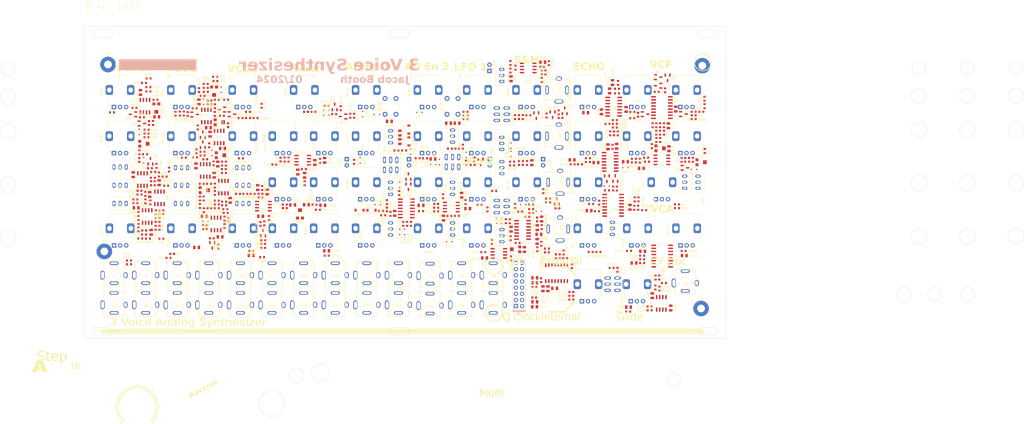
<source format=kicad_pcb>
(kicad_pcb (version 20221018) (generator pcbnew)
  (layers (0 "F.Cu" signal) (31 "B.Cu" signal) (34 "B.Paste" user) (35 "F.Paste" user) (36 "B.SilkS" user "B.Silkscreen") (37 "F.SilkS" user "F.Silkscreen") (38 "B.Mask" user) (39 "F.Mask" user) (44 "Edge.Cuts" user))
  (net 0 "")
  (footprint "Resistor_SMD:R_0603_1608Metric" (layer "F.Cu") (at 89.575 101.515)
    (fp_text reference "R31")
    (fp_text value "100k")
  )
  (footprint "Capacitor_SMD:C_0603_1608Metric" (layer "F.Cu") (at 262.867 173.7426 180)
    (fp_text reference "C152")
    (fp_text value "100nF")
  )
  (footprint "Resistor_SMD:R_0603_1608Metric" (layer "F.Cu") (at 255.175 114.915 -90)
    (fp_text reference "R273")
    (fp_text value "1M")
  )
  (footprint "Resistor_SMD:R_0603_1608Metric" (layer "F.Cu") (at 221.8694 113.38 180)
    (fp_text reference "R133")
    (fp_text value "270k")
  )
  (footprint "Capacitor_SMD:C_0805_2012Metric" (layer "F.Cu") (at 294.742 170.847)
    (fp_text reference "C98")
    (fp_text value "470nF")
  )
  (footprint "Resistor_SMD:R_0603_1608Metric" (layer "F.Cu") (at 294.5388 175.673 180)
    (fp_text reference "R102")
    (fp_text value "100k")
  )
  (footprint "Capacitor_SMD:C_0805_2012Metric" (layer "F.Cu") (at 305.3084 119.158 -90)
    (fp_text reference "C12")
    (fp_text value "470nF")
  )
  (footprint "Capacitor_SMD:C_0805_2012Metric" (layer "F.Cu") (at 118.466 139.478 90)
    (fp_text reference "C28")
    (fp_text value "470nF")
  )
  (footprint "Diode_SMD:D_SOD-323F" (layer "F.Cu") (at 114.8846 158.4264)
    (fp_text reference "D35")
    (fp_text value "1N914")
  )
  (footprint "Resistor_SMD:R_0603_1608Metric" (layer "F.Cu") (at 320.1928 108.0074 90)
    (fp_text reference "R1")
    (fp_text value "15k")
  )
  (footprint "SynthProjConnectors:PJ-301-BM" (layer "F.Cu") (at 155.275 192.915)
    (fp_text reference "J10")
    (fp_text value "Mixer Ext InA")
  )
  (footprint "Resistor_SMD:R_0603_1608Metric" (layer "F.Cu") (at 92.2024 150.7048 -90)
    (fp_text reference "R88")
    (fp_text value "20k")
  )
  (footprint "Diode_SMD:D_SOD-323F" (layer "F.Cu") (at 178.525 133.415 90)
    (fp_text reference "D27")
    (fp_text value "1N914")
  )
  (footprint "Capacitor_SMD:C_0805_2012Metric" (layer "F.Cu") (at 92.5326 163.0238 90)
    (fp_text reference "C3")
    (fp_text value "470nF")
  )
  (footprint "Resistor_SMD:R_0603_1608Metric" (layer "F.Cu") (at 88.05 165.575 180)
    (fp_text reference "R63")
    (fp_text value "3.3k")
  )
  (footprint "Resistor_SMD:R_0603_1608Metric" (layer "F.Cu") (at 244.6278 133.7254 180)
    (fp_text reference "R221")
    (fp_text value "270k")
  )
  (footprint "Resistor_SMD:R_0603_1608Metric" (layer "F.Cu") (at 155.3722 137.002 180)
    (fp_text reference "R115")
    (fp_text value "680k")
  )
  (footprint "Potentiometer_THT:Potentiometer_Alps_RK09K_Single_Vertical" (layer "F.Cu") (at 290.025 130.415 90)
    (fp_text reference "RV2")
    (fp_text value "50k")
  )
  (footprint "SynthProjConnectors:PJ-301-BM" (layer "F.Cu") (at 155.275 180.665)
    (fp_text reference "J39")
    (fp_text value "Noise Out")
  )
  (footprint "Capacitor_SMD:C_0805_2012Metric" (layer "F.Cu") (at 159.868 134.271 90)
    (fp_text reference "C41")
    (fp_text value "470nF")
  )
  (footprint "Resistor_SMD:R_0603_1608Metric" (layer "F.Cu") (at 296.1898 132.2898 180)
    (fp_text reference "R14")
    (fp_text value "2k")
  )
  (footprint "Resistor_SMD:R_0603_1608Metric" (layer "F.Cu") (at 281.978 177.705)
    (fp_text reference "R176")
    (fp_text value "200k")
  )
  (footprint "Package_TO_SOT_SMD:SOT-23-3" (layer "F.Cu") (at 312.1211 136.4686)
    (fp_text reference "Q2")
    (fp_text value "MMBT3904-7-F")
  )
  (footprint "Diode_SMD:D_SOD-323F" (layer "F.Cu") (at 89.4726 133.3522 -90)
    (fp_text reference "D3")
    (fp_text value "1N914")
  )
  (footprint "Resistor_SMD:R_0603_1608Metric" (layer "F.Cu") (at 300.3747 121.9774 90)
    (fp_text reference "R21")
    (fp_text value "100k")
  )
  (footprint "SynthProjConnectors:PJ-301-BM" (layer "F.Cu") (at 103.275 180.665)
    (fp_text reference "J24")
    (fp_text value "Sync")
  )
  (footprint "Potentiometer_THT:Potentiometer_Alps_RK09K_Single_Vertical" (layer "F.Cu") (at 203.9754 111.4242 90)
    (fp_text reference "RV30")
    (fp_text value "50k")
  )
  (footprint "Diode_SMD:D_SOD-323F" (layer "F.Cu") (at 279.9592 144.0256 180)
    (fp_text reference "D83" hide)
    (fp_text value "1N914")
  )
  (footprint "MountingHole:MountingHole_3.2mm_M3_Pad" (layer "F.Cu") (at 74.775 93.915)
    (fp_text reference "H3")
    (fp_text value "MountingHole")
  )
  (footprint "Resistor_SMD:R_0603_1608Metric" (layer "F.Cu") (at 137.525 148.6982 180)
    (fp_text reference "R119" hide)
    (fp_text value "100k")
  )
  (footprint "Resistor_SMD:R_0603_1608Metric" (layer "F.Cu") (at 138.1764 173.2854 180)
    (fp_text reference "R206")
    (fp_text value "20k")
  )
  (footprint "Capacitor_SMD:C_0603_1608Metric" (layer "F.Cu") (at 243.8404 115.5766 90)
    (fp_text reference "C61")
    (fp_text value "22nF")
  )
  (footprint "Potentiometer_THT:Potentiometer_Alps_RK09K_Single_Vertical" (layer "F.Cu") (at 224.275 168.415 90)
    (fp_text reference "RV49")
    (fp_text value "50k")
  )
  (footprint "Package_TO_SOT_SMD:SOT-23-3" (layer "F.Cu") (at 198.375 144.265 -90)
    (fp_text reference "Q15")
    (fp_text value "MMBT3906LT1G")
  )
  (footprint "Diode_SMD:D_SOD-323F" (layer "F.Cu") (at 240.5638 127.3246 90)
    (fp_text reference "D7")
    (fp_text value "1N914")
  )
  (footprint "Resistor_SMD:R_0603_1608Metric" (layer "F.Cu") (at 159.7346 151.6554 180)
    (fp_text reference "R113")
    (fp_text value "200k")
  )
  (footprint "SynthProjConnectors:SMTS-102" (layer "F.Cu") (at 79.775 136.165 180)
    (fp_text reference "SW9")
    (fp_text value "SW_SPDT")
  )
  (footprint "Resistor_SMD:R_0603_1608Metric" (layer "F.Cu") (at 241.0464 135.4648 180)
    (fp_text reference "R218")
    (fp_text value "130k")
  )
  (footprint "Resistor_SMD:R_0603_1608Metric" (layer "F.Cu") (at 242.291 152.1658 -90)
    (fp_text reference "R219")
    (fp_text value "9.1k")
  )
  (footprint "Package_TO_SOT_SMD:SOT-23-3" (layer "F.Cu") (at 280.0354 140.939 -90)
    (fp_text reference "Q24")
    (fp_text value "MMBT3906LT1G")
  )
  (footprint "Resistor_SMD:R_0603_1608Metric" (layer "F.Cu") (at 164.7448 172.625)
    (fp_text reference "R245")
    (fp_text value "200k")
  )
  (footprint "Resistor_SMD:R_0603_1608Metric" (layer "F.Cu") (at 318.8974 113.3668)
    (fp_text reference "R9")
    (fp_text value "50k")
  )
  (footprint "Resistor_SMD:R_0603_1608Metric" (layer "F.Cu") (at 131.275 147.1874 180)
    (fp_text reference "R181")
    (fp_text value "50k")
  )
  (footprint "Capacitor_SMD:C_0603_1608Metric" (layer "F.Cu") (at 122.7332 160.4084 -90)
    (fp_text reference "C103")
    (fp_text value "4.7pF")
  )
  (footprint "Resistor_SMD:R_0603_1608Metric" (layer "F.Cu") (at 253.075 167.74 90)
    (fp_text reference "R285")
    (fp_text value "20k")
  )
  (footprint "Resistor_SMD:R_0603_1608Metric" (layer "F.Cu") (at 86.0556 149.4856)
    (fp_text reference "R48")
    (fp_text value "9.1k")
  )
  (footprint "Resistor_SMD:R_0603_1608Metric" (layer "F.Cu") (at 118.72 143.7838 90)
    (fp_text reference "R203")
    (fp_text value "3k")
  )
  (footprint "Diode_SMD:D_SOD-323F" (layer "F.Cu") (at 194.793 162.8592 90)
    (fp_text reference "D14")
    (fp_text value "1N914")
  )
  (footprint "Resistor_SMD:R_0603_1608Metric" (layer "F.Cu") (at 123.3814 108.4016 180)
    (fp_text reference "R184")
    (fp_text value "36k")
  )
  (footprint "Package_SO:SO-14_3.9x8.65mm_P1.27mm" (layer "F.Cu") (at 197.525 153.165)
    (fp_text reference "U15")
    (fp_text value "TL074")
  )
  (footprint "Resistor_SMD:R_0603_1608Metric" (layer "F.Cu") (at 253.213 160.8526 -90)
    (fp_text reference "R286")
    (fp_text value "4.7k")
  )
  (footprint "Resistor_SMD:R_0603_1608Metric" (layer "F.Cu") (at 256.15 93.365 -90)
    (fp_text reference "R165")
    (fp_text value "2k")
  )
  (footprint "SynthProjConnectors:PJ-301-BM" (layer "F.Cu") (at 312.275 183.915)
    (fp_text reference "J25")
    (fp_text value "Master Output")
  )
  (footprint "Capacitor_SMD:C_0603_1608Metric" (layer "F.Cu") (at 122.4284 137.0274 180)
    (fp_text reference "C105")
    (fp_text value "4.7pF")
  )
  (footprint "Package_TO_SOT_SMD:SOT-23-3" (layer "F.Cu") (at 301.1143 99.1408)
    (fp_text reference "Q4")
    (fp_text value "MMBT3904-7-F")
  )
  (footprint "Resistor_SMD:R_0603_1608Metric" (layer "F.Cu") (at 189.5352 150.591 -90)
    (fp_text reference "R144")
    (fp_text value "1M")
  )
  (footprint "Resistor_SMD:R_0603_1608Metric" (layer "F.Cu") (at 170.525 111.915 90)
    (fp_text reference "R137")
    (fp_text value "200k")
  )
  (footprint "Potentiometer_THT:Potentiometer_Alps_RK09K_Single_Vertical" (layer "F.Cu") (at 161.275 168.415 90)
    (fp_text reference "RV52")
    (fp_text value "50k")
  )
  (footprint "Resistor_SMD:R_0603_1608Metric" (layer "F.Cu") (at 224.825 135.315)
    (fp_text reference "R215" hide)
    (fp_text value "3.9k")
  )
  (footprint "SynthProjConnectors:SMTS-102" (layer "F.Cu") (at 216.525 123.415 90)
    (fp_text reference "SW22")
    (fp_text value "SW_SPST")
  )
  (footprint "Capacitor_SMD:C_0805_2012Metric" (layer "F.Cu") (at 214.8844 118.079 180)
    (fp_text reference "C75")
    (fp_text value "1uF")
  )
  (footprint "Resistor_SMD:R_0603_1608Metric" (layer "F.Cu") (at 240.0558 158.5158 -90)
    (fp_text reference "R168")
    (fp_text value "200k")
  )
  (footprint "Capacitor_SMD:C_0603_1608Metric" (layer "F.Cu") (at 315.7224 114.8654)
    (fp_text reference "C10")
    (fp_text value "330pF")
  )
  (footprint "Resistor_SMD:R_0603_1608Metric" (layer "F.Cu") (at 311.6076 170.7454)
    (fp_text reference "R100")
    (fp_text value "62k")
  )
  (footprint "Capacitor_SMD:C_0805_2012Metric" (layer "F.Cu") (at 111.227 169.2468 180)
    (fp_text reference "C15")
    (fp_text value "470nF")
  )
  (footprint "Potentiometer_THT:Potentiometer_Alps_RK09K_Single_Vertical" (layer "F.Cu") (at 224.275 111.415 90)
    (fp_text reference "RV26")
    (fp_text value "50k")
  )
  (footprint "Package_SO:SO-8_3.9x4.9mm_P1.27mm" (layer "F.Cu") (at 88.9766 141.2946 -90)
    (fp_text reference "U4")
    (fp_text value "TL072")
  )
  (footprint "Capacitor_SMD:C_0805_2012Metric" (layer "F.Cu") (at 194.875 122.165 90)
    (fp_text reference "C76")
    (fp_text value "1uF")
  )
  (footprint "Resistor_SMD:R_0603_1608Metric" (layer "F.Cu") (at 253.2322 97.1732 -90)
    (fp_text reference "R132")
    (fp_text value "10k")
  )
  (footprint "Potentiometer_THT:Potentiometer_Alps_RK09K_Single_Vertical" (layer "F.Cu") (at 161.275 130.415 90)
    (fp_text reference "RV24")
    (fp_text value "50k")
  )
  (footprint "Capacitor_SMD:C_0603_1608Metric" (layer "F.Cu") (at 218.4912 128.5692)
    (fp_text reference "C73" hide)
    (fp_text value "2.2nF")
  )
  (footprint "Resistor_SMD:R_0603_1608Metric" (layer "F.Cu") (at 98.7048 143.8468)
    (fp_text reference "R83")
    (fp_text value "47k")
  )
  (footprint "Resistor_SMD:R_0603_1608Metric" (layer "F.Cu") (at 119.5582 108.4138)
    (fp_text reference "R189")
    (fp_text value "4.7k")
  )
  (footprint "Resistor_SMD:R_0603_1608Metric" (layer "F.Cu") (at 115.039 105.166 180)
    (fp_text reference "R84")
    (fp_text value "10k")
  )
  (footprint "SynthProjConnectors:SMTS-102" (layer "F.Cu") (at 191.025 161.665 90)
    (fp_text reference "SW16")
    (fp_text value "SW_SPST")
  )
  (footprint "Capacitor_SMD:C_0805_2012Metric" (layer "F.Cu") (at 298.679 189.135 90)
    (fp_text reference "C35")
    (fp_text value "470nF")
  )
  (footprint "Resistor_SMD:R_0603_1608Metric" (layer "F.Cu") (at 303.505 183.928)
    (fp_text reference "R108")
    (fp_text value "6.2k")
  )
  (footprint "Diode_SMD:D_SOD-323F" (layer "F.Cu") (at 202.889 113.6432 180)
    (fp_text reference "D24")
    (fp_text value "1N914")
  )
  (footprint "Capacitor_SMD:C_0805_2012Metric" (layer "F.Cu") (at 250.287 193.707)
    (fp_text reference "C64")
    (fp_text value "470nF")
  )
  (footprint "SynthProjConnectors:SMTS-102" (layer "F.Cu") (at 130.275 136.415)
    (fp_text reference "SW29")
    (fp_text value "SW_SPDT")
  )
  (footprint "Package_SO:SO-8_3.9x4.9mm_P1.27mm" (layer "F.Cu") (at 302.4128 192.2846 90)
    (fp_text reference "U10")
    (fp_text value "TL072")
  )
  (footprint "Capacitor_SMD:C_0603_1608Metric" (layer "F.Cu") (at 124.175 118.915 -90)
    (fp_text reference "C101")
    (fp_text value "100pF")
  )
  (footprint "Capacitor_SMD:C_0805_2012Metric" (layer "F.Cu") (at 136.3984 144.6088 90)
    (fp_text reference "C58")
    (fp_text value "1uF")
  )
  (footprint "Resistor_SMD:R_0603_1608Metric" (layer "F.Cu") (at 293.0154 149.4734 -90)
    (fp_text reference "R301")
    (fp_text value "470k")
  )
  (footprint "Resistor_SMD:R_0603_1608Metric" (layer "F.Cu") (at 95.9616 161.1706 -90)
    (fp_text reference "R96")
    (fp_text value "4.7k")
  )
  (footprint "Package_TO_SOT_SMD:SOT-23-3" (layer "F.Cu") (at 117.6532 168.3964 -90)
    (fp_text reference "Q26")
    (fp_text value "MMBF4391LT1G")
  )
  (footprint "Resistor_SMD:R_0603_1608Metric" (layer "F.Cu") (at 110.425 111.965 180)
    (fp_text reference "R89")
    (fp_text value "100k")
  )
  (footprint "Resistor_SMD:R_0603_1608Metric" (layer "F.Cu") (at 247.7266 114.84 180)
    (fp_text reference "R128")
    (fp_text value "100k")
  )
  (footprint "Capacitor_SMD:C_0805_2012Metric" (layer "F.Cu") (at 190.541 117.317 180)
    (fp_text reference "C70")
    (fp_text value "1uF")
  )
  (footprint "Resistor_SMD:R_0603_1608Metric" (layer "F.Cu") (at 112.5732 152.179 90)
    (fp_text reference "R69")
    (fp_text value "50k")
  )
  (footprint "SynthProjConnectors:SMTS-102" (layer "F.Cu") (at 236.875 164.415 90)
    (fp_text reference "SW27")
    (fp_text value "SMTS-103-A1-T0")
  )
  (footprint "Potentiometer_THT:Potentiometer_Alps_RK09K_Single_Vertical" (layer "F.Cu") (at 178.525 149.415 90)
    (fp_text reference "RV28")
    (fp_text value "50k")
  )
  (footprint "Package_SO:SOP-8_3.9x4.9mm_P1.27mm" (layer "F.Cu") (at 302.658 133.192)
    (fp_text reference "U1")
    (fp_text value "TL072")
  )
  (footprint "Resistor_SMD:R_0603_1608Metric" (layer "F.Cu") (at 221.8694 116.3772)
    (fp_text reference "R127")
    (fp_text value "3.9k")
  )
  (footprint "Resistor_SMD:R_0603_1608Metric" (layer "F.Cu") (at 284.6328 101.4796 -90)
    (fp_text reference "R275" hide)
    (fp_text value "100k")
  )
  (footprint "Resistor_SMD:R_0603_1608Metric" (layer "F.Cu") (at 87.3 161.825 90)
    (fp_text reference "R34")
    (fp_text value "100k")
  )
  (footprint "Potentiometer_THT:Potentiometer_Alps_RK09K_Single_Vertical" (layer "F.Cu") (at 244.525 130.415 90)
    (fp_text reference "RV38")
    (fp_text value "50k")
  )
  (footprint "Capacitor_SMD:C_0805_2012Metric" (layer "F.Cu") (at 272.7 154.115 180)
    (fp_text reference "C49")
    (fp_text value "470nF")
  )
  (footprint "Resistor_SMD:R_0603_1608Metric" (layer "F.Cu") (at 284.201 103.918 180)
    (fp_text reference "R276" hide)
    (fp_text value "100k")
  )
  (footprint "Resistor_SMD:R_0603_1608Metric" (layer "F.Cu") (at 123.0502 153.5034)
    (fp_text reference "R197" hide)
    (fp_text value "10k")
  )
  (footprint "Resistor_SMD:R_0603_1608Metric" (layer "F.Cu") (at 298.8314 118.9426 -90)
    (fp_text reference "R20" hide)
    (fp_text value "10k")
  )
  (footprint "Resistor_SMD:R_0603_1608Metric" (layer "F.Cu") (at 295.375 153.915 180)
    (fp_text reference "R303")
    (fp_text value "4.7k")
  )
  (footprint "Capacitor_SMD:C_0603_1608Metric" (layer "F.Cu") (at 145.771 133.065 90)
    (fp_text reference "C114")
    (fp_text value "100nF")
  )
  (footprint "Potentiometer_THT:Potentiometer_Alps_RK09K_Single_Vertical" (layer "F.Cu") (at 127.775 130.415 90)
    (fp_text reference "RV43")
    (fp_text value "50k")
  )
  (footprint "Capacitor_SMD:C_0805_2012Metric" (layer "F.Cu") (at 137.575 156.415)
    (fp_text reference "C52")
    (fp_text value "470nF")
  )
  (footprint "Resistor_SMD:R_0603_1608Metric" (layer "F.Cu") (at 297.6122 195.155)
    (fp_text reference "R106")
    (fp_text value "10k")
  )
  (footprint "Capacitor_SMD:C_0603_1608Metric" (layer "F.Cu") (at 244.6278 135.2494)
    (fp_text reference "C107" hide)
    (fp_text value "10pF")
  )
  (footprint "Resistor_SMD:R_0603_1608Metric" (layer "F.Cu") (at 291.125 132.715)
    (fp_text reference "R293" hide)
    (fp_text value "20k")
  )
  (footprint "Capacitor_SMD:C_0603_1608Metric" (layer "F.Cu") (at 282.9564 122.2832 90)
    (fp_text reference "C160" hide)
    (fp_text value "22pF")
  )
  (footprint "Resistor_SMD:R_0603_1608Metric" (layer "F.Cu") (at 93.29 117.99 90)
    (fp_text reference "R42")
    (fp_text value "4.7k")
  )
  (footprint "Capacitor_SMD:C_0805_2012Metric" (layer "F.Cu") (at 253.721 186.275 90)
    (fp_text reference "C141")
    (fp_text value "4.7uF")
  )
  (footprint "Resistor_SMD:R_0603_1608Metric" (layer "F.Cu") (at 105.925 114.115 90)
    (fp_text reference "R66")
    (fp_text value "39k")
  )
  (footprint "Package_SO:SO-16_5.3x10.2mm_P1.27mm" (layer "F.Cu") (at 282.575 151.915)
    (fp_text reference "U30")
    (fp_text value "LM13700")
  )
  (footprint "Resistor_SMD:R_0603_1608Metric" (layer "F.Cu") (at 114.1226 149.1046 90)
    (fp_text reference "R72")
    (fp_text value "475")
  )
  (footprint "Resistor_SMD:R_0603_1608Metric" (layer "F.Cu") (at 227.5844 151.6954 180)
    (fp_text reference "R214")
    (fp_text value "220")
  )
  (footprint "Resistor_SMD:R_0603_1608Metric" (layer "F.Cu") (at 95.733 139.224 90)
    (fp_text reference "R86")
    (fp_text value "110k")
  )
  (footprint "Resistor_SMD:R_0603_1608Metric" (layer "F.Cu") (at 296.52 133.954 180)
    (fp_text reference "R8")
    (fp_text value "50k")
  )
  (footprint "Capacitor_SMD:C_0603_1608Metric" (layer "F.Cu") (at 250.133 185.579 180)
    (fp_text reference "C67")
    (fp_text value "47nF")
  )
  (footprint "Resistor_SMD:R_0603_1608Metric" (layer "F.Cu") (at 203.556 154.3116)
    (fp_text reference "R148")
    (fp_text value "91k")
  )
  (footprint "Resistor_SMD:R_0603_1608Metric" (layer "F.Cu") (at 187.109 154.2862)
    (fp_text reference "R156")
    (fp_text value "50k")
  )
  (footprint "Resistor_SMD:R_0603_1608Metric" (layer "F.Cu") (at 229.1846 171.2026 180)
    (fp_text reference "R211")
    (fp_text value "1k")
  )
  (footprint "Package_SO:SOP-8_3.9x4.9mm_P1.27mm" (layer "F.Cu") (at 216.0296 152.6308)
    (fp_text reference "U14")
    (fp_text value "TL072")
  )
  (footprint "Diode_SMD:D_SOD-323F" (layer "F.Cu") (at 121.3456 104.2934 -90)
    (fp_text reference "D34")
    (fp_text value "1N914")
  )
  (footprint "Potentiometer_THT:Potentiometer_Alps_RK09K_Single_Vertical" (layer "F.Cu") (at 269.775 130.415 90)
    (fp_text reference "RV78")
    (fp_text value "50k")
  )
  (footprint "Capacitor_SMD:C_0805_2012Metric" (layer "F.Cu") (at 282.3468 101.3526 90)
    (fp_text reference "C158")
    (fp_text value "1uF")
  )
  (footprint "Capacitor_SMD:C_0603_1608Metric" (layer "F.Cu") (at 292.8394 114.6246 -90)
    (fp_text reference "C8")
    (fp_text value "330pF")
  )
  (footprint "Resistor_SMD:R_0603_1608Metric" (layer "F.Cu") (at 161.138 153.7528)
    (fp_text reference "R244")
    (fp_text value "200k")
  )
  (footprint "Resistor_SMD:R_0603_1608Metric" (layer "F.Cu") (at 137.9732 110.904 -90)
    (fp_text reference "R179")
    (fp_text value "39k")
  )
  (footprint "Resistor_SMD:R_0603_1608Metric" (layer "F.Cu") (at 102.5402 114.1796 -90)
    (fp_text reference "R71")
    (fp_text value "36k")
  )
  (footprint "Package_TO_SOT_SMD:SOT-23-3" (layer "F.Cu") (at 283.4898 140.8882 90)
    (fp_text reference "Q23")
    (fp_text value "MMBT3906LT1G")
  )
  (footprint "Resistor_SMD:R_0603_1608Metric" (layer "F.Cu") (at 140.9958 157.131 -90)
    (fp_text reference "R122")
    (fp_text value "1M")
  )
  (footprint "Resistor_SMD:R_0603_1608Metric" (layer "F.Cu") (at 123.2158 155.0228)
    (fp_text reference "R198")
    (fp_text value "2k")
  )
  (footprint "Resistor_SMD:R_0603_1608Metric" (layer "F.Cu") (at 242.418 95.2058 -90)
    (fp_text reference "R130")
    (fp_text value "130k")
  )
  (footprint "LED_THT:LED_D3.0mm" (layer "F.Cu") (at 231.725 96.565 90)
    (fp_text reference "D8")
    (fp_text value "LED")
  )
  (footprint "Capacitor_SMD:C_0805_2012Metric" (layer "F.Cu") (at 250.353 181.769 180)
    (fp_text reference "C63")
    (fp_text value "470nF")
  )
  (footprint "Resistor_SMD:R_0603_1608Metric" (layer "F.Cu") (at 290.5026 113.4308)
    (fp_text reference "R7")
    (fp_text value "50k")
  )
  (footprint "Diode_SMD:D_SOD-323F" (layer "F.Cu") (at 236.6522 158.3634 90)
    (fp_text reference "D36")
    (fp_text value "1N914")
  )
  (footprint "SequencerGraphics:Dial" (layer "F.Cu") (at 86.800876 233.895042)
    (fp_text reference "G***" hide)
    (fp_text value "LOGO" hide)
  )
  (footprint "Resistor_SMD:R_0603_1608Metric" (layer "F.Cu") (at 301.9375 118.9426 -90)
    (fp_text reference "R17" hide)
    (fp_text value "4.7k")
  )
  (footprint "SynthProjConnectors:SMTS-102" (layer "F.Cu") (at 130.275 151.165)
    (fp_text reference "SW25")
    (fp_text value "SW_SPDT")
  )
  (footprint "Diode_SMD:D_SOD-323F" (layer "F.Cu") (at 114.125 109.265 -90)
    (fp_text reference "D5")
    (fp_text value "1N914")
  )
  (footprint "Capacitor_SMD:C_0603_1608Metric" (layer "F.Cu") (at 156.25 113.403 180)
    (fp_text reference "C45")
    (fp_text value "100nF")
  )
  (footprint "Diode_SMD:D_SOD-123" (layer "F.Cu") (at 183.1852 153.9306)
    (fp_text reference "D22")
    (fp_text value "MMSZ5231B-7-F")
  )
  (footprint "Resistor_SMD:R_0603_1608Metric" (layer "F.Cu") (at 289.1794 170.6692)
    (fp_text reference "R101")
    (fp_text value "62k")
  )
  (footprint "Capacitor_SMD:C_0805_2012Metric" (layer "F.Cu") (at 94.844 115.475 180)
    (fp_text reference "C2")
    (fp_text value "470nF")
  )
  (footprint "Capacitor_SMD:C_0805_2012Metric" (layer "F.Cu") (at 280.4926 127.794 -90)
    (fp_text reference "C161")
    (fp_text value "1uF")
  )
  (footprint "Package_SO:SO-8_3.9x4.9mm_P1.27mm" (layer "F.Cu") (at 95.9616 148.8384 -90)
    (fp_text reference "U8")
    (fp_text value "TL072")
  )
  (footprint "Potentiometer_SMD:Potentiometer_Bourns_TC33X_Vertical" (layer "F.Cu") (at 318.8974 134.1826)
    (fp_text reference "RV6")
    (fp_text value "100k")
  )
  (footprint "Package_TO_SOT_SMD:SOT-23-3" (layer "F.Cu") (at 171.475 115.315 180)
    (fp_text reference "Q16")
    (fp_text value "MMBF5457" hide)
  )
  (footprint "Potentiometer_THT:Potentiometer_Alps_RK09K_Single_Vertical" (layer "F.Cu") (at 203.9754 130.4242 90)
    (fp_text reference "RV31")
    (fp_text value "50k")
  )
  (footprint "Capacitor_SMD:C_0805_2012Metric" (layer "F.Cu") (at 164.7194 170.6438 180)
    (fp_text reference "C116")
    (fp_text value "1uF")
  )
  (footprint "Capacitor_SMD:C_0805_2012Metric" (layer "F.Cu") (at 86.3604 152.94 180)
    (fp_text reference "C6")
    (fp_text value "470nF")
  )
  (footprint "Resistor_SMD:R_0603_1608Metric" (layer "F.Cu") (at 111.175 129.69 90)
    (fp_text reference "R74")
    (fp_text value "1M")
  )
  (footprint "Resistor_SMD:R_0603_1608Metric" (layer "F.Cu") (at 90.61 123.885)
    (fp_text reference "R39")
    (fp_text value "100k")
  )
  (footprint "Package_SO:SO-16_5.3x10.2mm_P1.27mm" (layer "F.Cu") (at 302.6692 111.6528)
    (fp_text reference "U2")
    (fp_text value "LM13700")
  )
  (footprint "Resistor_SMD:R_0603_1608Metric" (layer "F.Cu") (at 193.4468 129.3312 180)
    (fp_text reference "R134")
    (fp_text value "10k")
  )
  (footprint "SynthProjConnectors:PJ-301-BM" (layer "F.Cu") (at 142.275 180.665)
    (fp_text reference "J17")
    (fp_text value "PWM IN")
  )
  (footprint "Resistor_SMD:R_0603_1608Metric" (layer "F.Cu") (at 290.488 116.047)
    (fp_text reference "R16")
    (fp_text value "47k")
  )
  (footprint "Resistor_SMD:R_0603_1608Metric" (layer "F.Cu") (at 138.2018 144.7866 -90)
    (fp_text reference "R118")
    (fp_text value "1k")
  )
  (footprint "Resistor_SMD:R_0603_1608Metric" (layer "F.Cu") (at 85.675 111.765 180)
    (fp_text reference "R32")
    (fp_text value "39k")
  )
  (footprint "Package_TO_SOT_SMD:SOT-23-3" (layer "F.Cu") (at 121.625 112.4808 180)
    (fp_text reference "Q25")
    (fp_text value "MMBT3904-7-F")
  )
  (footprint "Potentiometer_THT:Potentiometer_Alps_RK09K_Single_Vertical" (layer "F.Cu") (at 244.525 111.415 90)
    (fp_text reference "RV36")
    (fp_text value "50k")
  )
  (footprint "Package_TO_SOT_SMD:SOT-23-3" (layer "F.Cu") (at 113.7874 126.9436 90)
    (fp_text reference "Q10")
    (fp_text value "MMBT3904-7-F")
  )
  (footprint "Resistor_SMD:R_0603_1608Metric" (layer "F.Cu") (at 255.8418 150.7048)
    (fp_text reference "R172")
    (fp_text value "470k")
  )
  (footprint "Resistor_SMD:R_0603_1608Metric" (layer "F.Cu") (at 119.5328 150.0068 180)
    (fp_text reference "R196")
    (fp_text value "47k")
  )
  (footprint "Resistor_SMD:R_0603_1608Metric" (layer "F.Cu") (at 284.2264 105.823)
    (fp_text reference "R280" hide)
    (fp_text value "43k")
  )
  (footprint "Resistor_SMD:R_0603_1608Metric" (layer "F.Cu") (at 253.8734 146.082 -90)
    (fp_text reference "R169")
    (fp_text value "5.1k")
  )
  (footprint "Diode_SMD:D_SOD-323F" (layer "F.Cu") (at 196.7996 162.8592 -90)
    (fp_text reference "D29")
    (fp_text value "1N914")
  )
  (footprint "Capacitor_SMD:C_0805_2012Metric" (layer "F.Cu") (at 121.8848 128.4544 180)
    (fp_text reference "C97")
    (fp_text value "470nF")
  )
  (footprint "Resistor_SMD:R_0603_1608Metric" (layer "F.Cu") (at 262.23 171.355 -90)
    (fp_text reference "R278")
    (fp_text value "20k")
  )
  (footprint "Resistor_SMD:R_0603_1608Metric" (layer "F.Cu") (at 284.5058 122.2954 -90)
    (fp_text reference "R296")
    (fp_text value "18k")
  )
  (footprint "Capacitor_SMD:C_0603_1608Metric" (layer "F.Cu") (at 137.4906 159.6202 90)
    (fp_text reference "C56")
    (fp_text value "100nF")
  )
  (footprint "Capacitor_SMD:C_0805_2012Metric" (layer "F.Cu") (at 287.675 133.965 180)
    (fp_text reference "C43")
    (fp_text value "470nF")
  )
  (footprint "Resistor_SMD:R_0603_1608Metric" (layer "F.Cu") (at 303.505 118.9426 -90)
    (fp_text reference "R29" hide)
    (fp_text value "4.7k")
  )
  (footprint "Capacitor_SMD:C_0805_2012Metric" (layer "F.Cu") (at 140.275 146.415 -90)
    (fp_text reference "C51")
    (fp_text value "470nF")
  )
  (footprint "Resistor_SMD:R_0603_1608Metric" (layer "F.Cu") (at 245.4152 115.5766 -90)
    (fp_text reference "R123")
    (fp_text value "1k")
  )
  (footprint "Package_TO_SOT_SMD:SOT-23-3" (layer "F.Cu") (at 138.575 163.315 90)
    (fp_text reference "Q13")
    (fp_text value "MMBT3904-7-F")
  )
  (footprint "Resistor_SMD:R_0603_1608Metric" (layer "F.Cu") (at 202.175 132.515 180)
    (fp_text reference "R160" hide)
    (fp_text value "5.1k")
  )
  (footprint "Resistor_SMD:R_0603_1608Metric" (layer "F.Cu") (at 90.145 147.225 90)
    (fp_text reference "R56")
    (fp_text value "3k")
  )
  (footprint "SynthProjConnectors:SMTS-202" (layer "F.Cu") (at 236.775 114.415 90)
    (fp_text reference "SW13")
    (fp_text value "SW_Push_DPDT")
  )
  (footprint "Resistor_SMD:R_0603_1608Metric" (layer "F.Cu") (at 276.5424 171.1264)
    (fp_text reference "R283")
    (fp_text value "100k")
  )
  (footprint "Capacitor_SMD:C_0603_1608Metric" (layer "F.Cu") (at 255.325 171.29 180)
    (fp_text reference "C153")
    (fp_text value "560pF")
  )
  (footprint "Capacitor_SMD:C_0603_1608Metric" (layer "F.Cu") (at 265.4 189.1644)
    (fp_text reference "C145")
    (fp_text value "100nF")
  )
  (footprint "Resistor_SMD:R_0603_1608Metric" (layer "F.Cu") (at 197.841 159.544 90)
    (fp_text reference "R149")
    (fp_text value "47k")
  )
  (footprint "Capacitor_SMD:C_0603_1608Metric" (layer "F.Cu") (at 250.152 189.897)
    (fp_text reference "C68")
    (fp_text value "47nF")
  )
  (footprint "Capacitor_SMD:C_0805_2012Metric" (layer "F.Cu") (at 163.9066 133.3566 90)
    (fp_text reference "C48")
    (fp_text value "1uF")
  )
  (footprint "SynthProjConnectors:PJ-301-BM" (layer "F.Cu") (at 90.275 180.665)
    (fp_text reference "J9")
    (fp_text value "PWM IN")
  )
  (footprint "Capacitor_SMD:C_0603_1608Metric" (layer "F.Cu") (at 116.561 108.744 180)
    (fp_text reference "C32")
    (fp_text value "4.7pF")
  )
  (footprint "Capacitor_SMD:C_0603_1608Metric" (layer "F.Cu") (at 284.4042 178.48 -90)
    (fp_text reference "C93")
    (fp_text value "100nF")
  )
  (footprint "Capacitor_SMD:C_0603_1608Metric" (layer "F.Cu") (at 91.66 117.99 -90)
    (fp_text reference "C18")
    (fp_text value "100pF")
  )
  (footprint "SynthProjConnectors:PJ-301-BM" (layer "F.Cu") (at 260.275 104.415 90)
    (fp_text reference "J33")
    (fp_text value "Echo_ExtIn")
  )
  (footprint "Resistor_SMD:R_0603_1608Metric" (layer "F.Cu") (at 114.975 101.915 180)
    (fp_text reference "R85")
    (fp_text value "2k")
  )
  (footprint "LED_THT:LED_D3.0mm" (layer "F.Cu") (at 173.025 132.915 -90)
    (fp_text reference "D19")
    (fp_text value "LED")
  )
  (footprint "MountingHole:MountingHole_3.2mm_M3_Pad" (layer "F.Cu") (at 73.275 170.915)
    (fp_text reference "H4")
    (fp_text value "MountingHole")
  )
  (footprint "SynthProjConnectors:PJ-301-BM" (layer "F.Cu") (at 260.775 161.665 90)
    (fp_text reference "J30")
    (fp_text value "Echo_DV")
  )
  (footprint "Resistor_SMD:R_0603_1608Metric" (layer "F.Cu") (at 291.125 134.265)
    (fp_text reference "R282")
    (fp_text value "15k")
  )
  (footprint "Resistor_SMD:R_0603_1608Metric" (layer "F.Cu") (at 147.422 133.065 -90)
    (fp_text reference "R222")
    (fp_text value "200k")
  )
  (footprint "Resistor_SMD:R_0603_1608Metric" (layer "F.Cu") (at 299.949 185.7568 90)
    (fp_text reference "R110")
    (fp_text value "47k")
  )
  (footprint "SynthProjConnectors:PJ-301-BM" (layer "F.Cu") (at 181.275 192.915)
    (fp_text reference "J20")
    (fp_text value "ADEG1_OUT")
  )
  (footprint "Resistor_SMD:R_0603_1608Metric" (layer "F.Cu") (at 91.4 103.205 180)
    (fp_text reference "R30")
    (fp_text value "4.7M")
  )
  (footprint "Resistor_SMD:R_0603_1608Metric" (layer "F.Cu") (at 244.35 154.515 180)
    (fp_text reference "R162")
    (fp_text value "100k")
  )
  (footprint "Resistor_SMD:R_0603_1608Metric" (layer "F.Cu") (at 275.95 154.365)
    (fp_text reference "R300")
    (fp_text value "4.7k")
  )
  (footprint "SynthProjConnectors:SMTS-102" (layer "F.Cu") (at 130.275 143.665)
    (fp_text reference "SW24")
    (fp_text value "SW_SPDT")
  )
  (footprint "Resistor_SMD:R_0603_1608Metric" (layer "F.Cu") (at 248.8696 153.4866)
    (fp_text reference "R170")
    (fp_text value "100k")
  )
  (footprint "Resistor_SMD:R_0603_1608Metric" (layer "F.Cu") (at 93.375 138.165)
    (fp_text reference "R47")
    (fp_text value "10k")
  )
  (footprint "Resistor_SMD:R_0603_1608Metric" (layer "F.Cu") (at 86.0556 151.035 180)
    (fp_text reference "R52")
    (fp_text value "110k")
  )
  (footprint "Capacitor_SMD:C_0805_2012Metric" (layer "F.Cu") (at 294.2086 136.6586 180)
    (fp_text reference "C5")
    (fp_text value "470nF")
  )
  (footprint "Resistor_SMD:R_0603_1608Metric" (layer "F.Cu") (at 276.825 150.815 -90)
    (fp_text reference "R294" hide)
    (fp_text value "1k")
  )
  (footprint "Capacitor_SMD:C_0805_2012Metric" (layer "F.Cu") (at 308.3818 112.2746 -90)
    (fp_text reference "C11")
    (fp_text value "470nF")
  )
  (footprint "Package_TO_SOT_SMD:SOT-23-3" (layer "F.Cu") (at 92.24 133.7675 90)
    (fp_text reference "Q9")
    (fp_text value "MMBF4391LT1G")
  )
  (footprint "Resistor_SMD:R_0603_1608Metric" (layer "F.Cu") (at 162.0016 133.5852 -90)
    (fp_text reference "R114")
    (fp_text value "200k")
  )
  (footprint "LED_THT:LED_D3.0mm" (layer "F.Cu") (at 231.875 132.915 -90)
    (fp_text reference "D38")
    (fp_text value "LED")
  )
  (footprint "Resistor_SMD:R_0603_1608Metric" (layer "F.Cu") (at 298.5266 127.5278 90)
    (fp_text reference "R18" hide)
    (fp_text value "220")
  )
  (footprint "Resistor_SMD:R_0603_1608Metric" (layer "F.Cu") (at 174.4776 115.0022 90)
    (fp_text reference "R153")
    (fp_text value "1M")
  )
  (footprint "Capacitor_SMD:C_0603_1608Metric" (layer "F.Cu") (at 118.975 100.715)
    (fp_text reference "C29")
    (fp_text value "1nF")
  )
  (footprint "SynthProjConnectors:SMTS-102" (layer "F.Cu") (at 79.775 143.665 180)
    (fp_text reference "SW4")
    (fp_text value "SW_SPDT")
  )
  (footprint "Diode_SMD:D_SOD-323F" (layer "F.Cu") (at 199.3142 129.8138 -90)
    (fp_text reference "D25")
    (fp_text value "1N914")
  )
  (footprint "Resistor_SMD:R_0603_1608Metric" (layer "F.Cu") (at 83.4394 176.2064)
    (fp_text reference "R59")
    (fp_text value "20k")
  )
  (footprint "Potentiometer_THT:Potentiometer_Alps_RK09K_Single_Vertical" (layer "F.Cu") (at 244.525 149.415 90)
    (fp_text reference "RV37")
    (fp_text value "50k")
  )
  (footprint "Button_Switch_THT:SW_PUSH_6mm_H13mm" (layer "F.Cu") (at 214.275 114.415 90)
    (fp_text reference "SW15")
    (fp_text value "SW_Push")
  )
  (footprint "LED_THT:LED_D3.0mm" (layer "F.Cu") (at 253.775 132.915 -90)
    (fp_text reference "D32")
    (fp_text value "LED")
  )
  (footprint "Resistor_SMD:R_0603_1608Metric" (layer "F.Cu") (at 315.3922 133.1666 -90)
    (fp_text reference "R23" hide)
    (fp_text value "4.7k")
  )
  (footprint "Capacitor_SMD:C_0805_2012Metric" (layer "F.Cu") (at 152.883 138.208 -90)
    (fp_text reference "C42")
    (fp_text value "470nF")
  )
  (footprint "Resistor_SMD:R_0603_1608Metric" (layer "F.Cu") (at 283.2866 116.8234)
    (fp_text reference "R263")
    (fp_text value "50k")
  )
  (footprint "Resistor_SMD:R_0603_1608Metric" (layer "F.Cu") (at 282.3468 127.8194 90)
    (fp_text reference "R298" hide)
    (fp_text value "100k")
  )
  (footprint "Potentiometer_THT:Potentiometer_Alps_RK09K_Single_Vertical" (layer "F.Cu") (at 204.025 149.415 90)
    (fp_text reference "RV29")
    (fp_text value "50k")
  )
  (footprint "Capacitor_SMD:C_0805_2012Metric" (layer "F.Cu") (at 203.556 151.924)
    (fp_text reference "C82")
    (fp_text value "470nF")
  )
  (footprint "Capacitor_SMD:C_0805_2012Metric" (layer "F.Cu") (at 163.1446 151.8986)
    (fp_text reference "C115")
    (fp_text value "1uF")
  )
  (footprint "Capacitor_SMD:C_0805_2012Metric" (layer "F.Cu") (at 194.875 125.6498 -90)
    (fp_text reference "C78")
    (fp_text value "10uF")
  )
  (footprint "Capacitor_SMD:C_0603_1608Metric" (layer "F.Cu") (at 143.231 135.097 180)
    (fp_text reference "C46")
    (fp_text value "100nF")
  )
  (footprint "SynthProjConnectors:PJ-301-BM" (layer "F.Cu") (at 233.275 180.665)
    (fp_text reference "J18")
    (fp_text value "Ext In")
  )
  (footprint "Capacitor_SMD:C_0603_1608Metric" (layer "F.Cu") (at 116.4848 153.1056 180)
    (fp_text reference "C100")
    (fp_text value "1nF")
  )
  (footprint "Capacitor_SMD:C_0603_1608Metric" (layer "F.Cu") (at 259.817 172.117 180)
    (fp_text reference "C154")
    (fp_text value "560pF")
  )
  (footprint "Diode_SMD:D_SOD-323F" (layer "F.Cu") (at 179.553 114.3418 -90)
    (fp_text reference "D26")
    (fp_text value "1N914")
  )
  (footprint "SynthProjConnectors:PJ-301-BM" (layer "F.Cu") (at 142.275 192.945)
    (fp_text reference "J19")
    (fp_text value "Exp CV In")
  )
  (footprint "Resistor_SMD:R_0603_1608Metric" (layer "F.Cu") (at 89.625 163.925)
    (fp_text reference "R60")
    (fp_text value "1M")
  )
  (footprint "Resistor_SMD:R_0603_1608Metric" (layer "F.Cu") (at 113.6776 131.3886 180)
    (fp_text reference "R79")
    (fp_text value "1.2M")
  )
  (footprint "Resistor_SMD:R_0603_1608Metric" (layer "F.Cu") (at 159.311 113.4066 180)
    (fp_text reference "R111")
    (fp_text value "200k")
  )
  (footprint "Resistor_SMD:R_0603_1608Metric" (layer "F.Cu") (at 191.0084 155.4424 90)
    (fp_text reference "R146")
    (fp_text value "30k")
  )
  (footprint "SynthProjConnectors:SMTS-102" (layer "F.Cu") (at 236.825 136.415 90)
    (fp_text reference "SW26")
    (fp_text value "SW_SPDT")
  )
  (footprint "Diode_SMD:D_SOD-323F" (layer "F.Cu") (at 222.1234 131.1976 -90)
    (fp_text reference "D17" hide)
    (fp_text value "1N914")
  )
  (footprint "Resistor_SMD:R_0603_1608Metric" (layer "F.Cu") (at 114.1988 153.9438 -90)
    (fp_text reference "R188")
    (fp_text value "100k")
  )
  (footprint "SynthProjConnectors:PJ-301-BM" (layer "F.Cu") (at 129.275 192.915)
    (fp_text reference "J22")
    (fp_text value "Lin CV In")
  )
  (footprint "SynthProjConnectors:PJ-301-BM" (layer "F.Cu") (at 168.275 180.665)
    (fp_text reference "J46")
    (fp_text value "Mixer Ext InB")
  )
  (footprint "Diode_SMD:D_SOD-323F" (layer "F.Cu") (at 240.5638 130.7028 90)
    (fp_text reference "D6")
    (fp_text value "1N914")
  )
  (footprint "Capacitor_SMD:C_0805_2012Metric" (layer "F.Cu") (at 120.9 164.915 180)
    (fp_text reference "C24")
    (fp_text value "470nF")
  )
  (footprint "Package_SO:SO-8_3.9x4.9mm_P1.27mm" (layer "F.Cu") (at 90.9 156.525 -90)
    (fp_text reference "U5")
    (fp_text value "TL072")
  )
  (footprint "Resistor_SMD:R_0603_1608Metric" (layer "F.Cu") (at 265.4124 190.7138)
    (fp_text reference "R265")
    (fp_text value "1k")
  )
  (footprint "Resistor_SMD:R_0603_1608Metric" (layer "F.Cu") (at 118.8364 98.977 180)
    (fp_text reference "R75")
    (fp_text value "100k")
  )
  (footprint "Package_TO_SOT_SMD:SOT-23-3" (layer "F.Cu") (at 228.075 134.015 -90)
    (fp_text reference "Q27" hide)
    (fp_text value "MMBT3904-7-F")
  )
  (footprint "Resistor_SMD:R_0603_1608Metric" (layer "F.Cu") (at 260.175 113.615 90)
    (fp_text reference "R279")
    (fp_text value "3k")
  )
  (footprint "Resistor_SMD:R_0603_1608Metric" (layer "F.Cu") (at 94.3614 161.1706 90)
    (fp_text reference "R97")
    (fp_text value "3.3k")
  )
  (footprint "Resistor_SMD:R_0603_1608Metric" (layer "F.Cu") (at 91.4 105.015)
    (fp_text reference "R36")
    (fp_text value "2k")
  )
  (footprint "Capacitor_SMD:C_0805_2012Metric" (layer "F.Cu") (at 192.7356 155.2158 90)
    (fp_text reference "C81")
    (fp_text value "470nF")
  )
  (footprint "Resistor_SMD:R_0603_1608Metric" (layer "F.Cu") (at 292.875 152.915 -90)
    (fp_text reference "R304")
    (fp_text value "470k")
  )
  (footprint "MountingHole:MountingHole_3.2mm_M3_Pad" (layer "F.Cu") (at 319.275 94.415)
    (fp_text reference "H2" hide)
    (fp_text value "MountingHole")
  )
  (footprint "Capacitor_SMD:C_0805_2012Metric" (layer "F.Cu") (at 116.1038 119.92 180)
    (fp_text reference "C26")
    (fp_text value "470nF")
  )
  (footprint "Package_SO:SOP-8_3.9x4.9mm_P1.27mm" (layer "F.Cu") (at 138.7098 152.2542)
    (fp_text reference "U12")
    (fp_text value "TL072")
  )
  (footprint "Resistor_SMD:R_0603_1608Metric" (layer "F.Cu") (at 176.0526 115.0022 -90)
    (fp_text reference "R152")
    (fp_text value "47k")
  )
  (footprint "Capacitor_SMD:C_0805_2012Metric" (layer "F.Cu") (at 88.125 105.415 90)
    (fp_text reference "C7")
    (fp_text value "470nF")
  )
  (footprint "Diode_SMD:D_SOD-323F" (layer "F.Cu") (at 234.6202 158.3634 -90)
    (fp_text reference "D37")
    (fp_text value "1N914")
  )
  (footprint "Diode_SMD:D_SOD-323F" (layer "F.Cu") (at 252.075 154.365)
    (fp_text reference "D33")
    (fp_text value "1N914")
  )
  (footprint "Resistor_SMD:R_0603_1608Metric" (layer "F.Cu") (at 118.72 114.269 -90)
    (fp_text reference "R185")
    (fp_text value "475")
  )
  (footprint "Resistor_SMD:R_0603_1608Metric" (layer "F.Cu") (at 293.5736 133.5344 90)
    (fp_text reference "R6")
    (fp_text value "50k")
  )
  (footprint "Package_SO:SO-14_3.9x8.65mm_P1.27mm" (layer "F.Cu") (at 282.8294 111.284 180)
    (fp_text reference "U28")
    (fp_text value "TL074")
  )
  (footprint "Resistor_SMD:R_0603_1608Metric" (layer "F.Cu") (at 95.1752 157.1188)
    (fp_text reference "R94")
    (fp_text value "1M")
  )
  (footprint "Resistor_SMD:R_0603_1608Metric" (layer "F.Cu") (at 273.3552 171.1264)
    (fp_text reference "R288")
    (fp_text value "100k")
  )
  (footprint "Resistor_SMD:R_0603_1608Metric" (layer "F.Cu") (at 300.02 181.6626 90)
    (fp_text reference "R98")
    (fp_text value "3k")
  )
  (footprint "Resistor_SMD:R_0603_1608Metric" (layer "F.Cu") (at 230.861 153.6004 90)
    (fp_text reference "R217")
    (fp_text value "2.2k")
  )
  (footprint "Resistor_SMD:R_0603_1608Metric" (layer "F.Cu") (at 118.775 111.115 90)
    (fp_text reference "R81")
    (fp_text value "10k")
  )
  (footprint "Resistor_SMD:R_0603_1608Metric" (layer "F.Cu") (at 222.0726 134.2964 -90)
    (fp_text reference "R155" hide)
    (fp_text value "50k")
  )
  (footprint "SynthProjConnectors:PJ-301-BM" (layer "F.Cu") (at 220.275 180.665)
    (fp_text reference "J6")
    (fp_text value "S&H_In")
  )
  (footprint "Resistor_SMD:R_0603_1608Metric" (layer "F.Cu") (at 147.5236 151.5938)
    (fp_text reference "R121")
    (fp_text value "100k")
  )
  (footprint "Capacitor_SMD:C_0603_1608Metric" (layer "F.Cu") (at 253.4416 94.8756)
    (fp_text reference "C62")
    (fp_text value "10pF")
  )
  (footprint "Resistor_SMD:R_0603_1608Metric" (layer "F.Cu") (at 91.475 99.665 180)
    (fp_text reference "R33")
    (fp_text value "100k")
  )
  (footprint "Resistor_SMD:R_0603_1608Metric" (layer "F.Cu") (at 124.2826 157.8168 -90)
    (fp_text reference "R200")
    (fp_text value "1M")
  )
  (footprint "Resistor_SMD:R_0603_1608Metric" (layer "F.Cu") (at 251.425 170.015 90)
    (fp_text reference "R284")
    (fp_text value "20k")
  )
  (footprint "Capacitor_SMD:C_0603_1608Metric" (layer "F.Cu") (at 101.194 171.9138 180)
    (fp_text reference "C17")
    (fp_text value "1nF")
  )
  (footprint "LED_THT:LED_D3.0mm" (layer "F.Cu") (at 198.625 132.915 -90)
    (fp_text reference "D28")
    (fp_text value "LED")
  )
  (footprint "Potentiometer_THT:Potentiometer_Alps_RK09K_Single_Vertical" (layer "F.Cu") (at 77.225 130.415 90)
    (fp_text reference "RV8")
    (fp_text value "50k")
  )
  (footprint "Potentiometer_SMD:Potentiometer_Bourns_TC33X_Vertical" (layer "F.Cu") (at 120.7012 117.698)
    (fp_text reference "RV45")
    (fp_text value "100")
  )
  (footprint "Resistor_SMD:R_0603_1608Metric" (layer "F.Cu") (at 291.325 152.915 90)
    (fp_text reference "R302")
    (fp_text value "47k")
  )
  (footprint "Diode_SMD:D_SOD-323F" (layer "F.Cu") (at 164.6214 114.7678)
    (fp_text reference "D16")
    (fp_text value "1N914")
  )
  (footprint "Resistor_SMD:R_0603_1608Metric" (layer "F.Cu") (at 320.2182 111.0686 -90)
    (fp_text reference "R2")
    (fp_text value "33k")
  )
  (footprint "Resistor_SMD:R_0603_1608Metric" (layer "F.Cu") (at 221.8694 114.8786 180)
    (fp_text reference "R126")
    (fp_text value "220")
  )
  (footprint "Potentiometer_SMD:Potentiometer_Bourns_TC33X_Vertical" (layer "F.Cu") (at 302.0302 128.4422)
    (fp_text reference "RV7")
    (fp_text value "100")
  )
  (footprint "Resistor_SMD:R_0603_1608Metric" (layer "F.Cu") (at 300.3881 118.9426 90)
    (fp_text reference "R19" hide)
    (fp_text value "10k")
  )
  (footprint "Capacitor_SMD:C_0805_2012Metric" (layer "F.Cu") (at 251.375 161.115 90)
    (fp_text reference "C89")
    (fp_text value "10uF")
  )
  (footprint "Resistor_SMD:R_0603_1608Metric" (layer "F.Cu") (at 139.375 168.615 90)
    (fp_text reference "R205")
    (fp_text value "22k")
  )
  (footprint "Capacitor_SMD:C_0805_2012Metric" (layer "F.Cu") (at 249.149 134.337 -90)
    (fp_text reference "C79")
    (fp_text value "10uF")
  )
  (footprint "Diode_SMD:D_SOD-323F" (layer "F.Cu") (at 87.615 121.665 90)
    (fp_text reference "D2")
    (fp_text value "1N914")
  )
  (footprint "SynthProjConnectors:SMTS-102" (layer "F.Cu") (at 317.525 142.415 -90)
    (fp_text reference "SW1")
    (fp_text value "SW_SPST")
  )
  (footprint "Resistor_SMD:R_0603_1608Metric" (layer "F.Cu") (at 110.6174 132.1628)
    (fp_text reference "R73")
    (fp_text value "100k")
  )
  (footprint "Resistor_SMD:R_0603_1608Metric" (layer "F.Cu") (at 119.5328 151.5562)
    (fp_text reference "R193")
    (fp_text value "10k")
  )
  (footprint "Capacitor_SMD:C_0805_2012Metric" (layer "F.Cu") (at 150.7494 151.7462)
    (fp_text reference "C60")
    (fp_text value "1uF")
  )
  (footprint "Capacitor_SMD:C_0603_1608Metric" (layer "F.Cu") (at 89.675 162.274)
    (fp_text reference "C22")
    (fp_text value "4.7pF")
  )
  (footprint "SynthProjConnectors:PJ-301-BM" (layer "F.Cu") (at 260.775 142.415 90)
    (fp_text reference "J31")
    (fp_text value "Echo_Repeat")
  )
  (footprint "Resistor_SMD:R_0603_1608Metric" (layer "F.Cu") (at 248.8442 151.607)
    (fp_text reference "R167")
    (fp_text value "50k")
  )
  (footprint "Capacitor_SMD:C_0805_2012Metric" (layer "F.Cu") (at 114.375 156.44)
    (fp_text reference "C23")
    (fp_text value "470nF")
  )
  (footprint "Resistor_SMD:R_0603_1608Metric" (layer "F.Cu") (at 94.45 154.831 -90)
    (fp_text reference "R54")
    (fp_text value "20k")
  )
  (footprint "Resistor_SMD:R_0603_1608Metric" (layer "F.Cu") (at 273.575 151.365 180)
    (fp_text reference "R291")
    (fp_text value "200k")
  )
  (footprint "Potentiometer_THT:Potentiometer_Alps_RK09K_Single_Vertical" (layer "F.Cu") (at 178.525 168.415 90)
    (fp_text reference "RV35")
    (fp_text value "50k")
  )
  (footprint "Resistor_SMD:R_0603_1608Metric" (layer "F.Cu") (at 114.975 103.515)
    (fp_text reference "R77")
    (fp_text value "1k")
  )
  (footprint "Potentiometer_THT:Potentiometer_Alps_RK09K_Single_Vertical" (layer "F.Cu") (at 224.275 149.415 90)
    (fp_text reference "RV48")
    (fp_text value "50k")
  )
  (footprint "Resistor_SMD:R_0603_1608Metric" (layer "F.Cu") (at 304.0099 104.551 -90)
    (fp_text reference "R27")
    (fp_text value "10k")
  )
  (footprint "Resistor_SMD:R_0603_1608Metric" (layer "F.Cu") (at 265.925 135.015)
    (fp_text reference "R270")
    (fp_text value "270k")
  )
  (footprint "Resistor_SMD:R_0603_1608Metric" (layer "F.Cu") (at 88.78 115.655)
    (fp_text reference "R44")
    (fp_text value "10k")
  )
  (footprint "Resistor_SMD:R_0603_1608Metric" (layer "F.Cu") (at 240.425 165.49 90)
    (fp_text reference "R174")
    (fp_text value "300k")
  )
  (footprint "Resistor_SMD:R_0603_1608Metric" (layer "F.Cu") (at 105.956 132.303)
    (fp_text reference "R64")
    (fp_text value "4.7M")
  )
  (footprint "Resistor_SMD:R_0603_1608Metric" (layer "F.Cu") (at 294.5388 172.625 180)
    (fp_text reference "R105")
    (fp_text value "110k")
  )
  (footprint "SynthProjConnectors:PJ-301-BM" (layer "F.Cu") (at 194.275 180.665)
    (fp_text reference "J14")
    (fp_text value "1V/Oct CV")
  )
  (footprint "Capacitor_SMD:C_0805_2012Metric" (layer "F.Cu") (at 251.325 166.79 -90)
    (fp_text reference "C155" hide)
    (fp_text value "1uF")
  )
  (footprint "Package_TO_SOT_SMD:SOT-23-3" (layer "F.Cu") (at 113.775 122.815 90)
    (fp_text reference "Q11")
    (fp_text value "MMBT3904-7-F")
  )
  (footprint "Potentiometer_THT:Potentiometer_Alps_RK09K_Single_Vertical" (layer "F.Cu") (at 178.525 130.415 90)
    (fp_text reference "RV33")
    (fp_text value "50k")
  )
  (footprint "SynthProjConnectors:SMTS-202" (layer "F.Cu") (at 216.525 134.065 180)
    (fp_text reference "SW21")
    (fp_text value "SW_DPST")
  )
  (footprint "SynthProjConnectors:SMTS-102" (layer "F.Cu") (at 105.025 143.665)
    (fp_text reference "SW6")
    (fp_text value "SW_SPDT")
  )
  (footprint "Potentiometer_SMD:Potentiometer_Bourns_TC33X_Vertical" (layer "F.Cu") (at 242.3672 170.0342 180)
    (fp_text reference "RV39")
    (fp_text value "100k")
  )
  (footprint "Resistor_SMD:R_0603_1608Metric" (layer "F.Cu") (at 134.275 147.1996 180)
    (fp_text reference "R180")
    (fp_text value "50k")
  )
  (footprint "Resistor_SMD:R_0603_1608Metric" (layer "F.Cu") (at 280.0862 145.765)
    (fp_text reference "R289" hide)
    (fp_text value "15k")
  )
  (footprint "SynthProjConnectors:PJ-301-BM" (layer "F.Cu") (at 207.275 193.2)
    (fp_text reference "J16")
    (fp_text value "LFO2_Out")
  )
  (footprint "Capacitor_SMD:C_0805_2012Metric" (layer "F.Cu") (at 155.677 139.542 90)
    (fp_text reference "C1")
    (fp_text value "1uF")
  )
  (footprint "Capacitor_SMD:C_0603_1608Metric" (layer "F.Cu") (at 209.8168 151.353 180)
    (fp_text reference "C71")
    (fp_text value "2.2nF")
  )
  (footprint "SynthProjConnectors:PJ-301-BM" (layer "F.Cu") (at 207.275 180.88)
    (fp_text reference "J12")
    (fp_text value "LFO1_Out")
  )
  (footprint "Resistor_SMD:R_0603_1608Metric" (layer "F.Cu") (at 93.225 140.565 180)
    (fp_text reference "R43")
    (fp_text value "1k")
  )
  (footprint "Resistor_SMD:R_0603_1608Metric" (layer "F.Cu") (at 272.225 134.065 180)
    (fp_text reference "R287")
    (fp_text value "43k")
  )
  (footprint "Potentiometer_SMD:Potentiometer_Bourns_TC33X_Vertical" (layer "F.Cu") (at 121.1584 131.2992)
    (fp_text reference "RV16")
    (fp_text value "100k")
  )
  (footprint "SynthProjConnectors:PJ-301-BM" (layer "F.Cu") (at 194.275 192.915)
    (fp_text reference "J21")
    (fp_text value "ADEG2_OUT")
  )
  (footprint "Resistor_SMD:R_0603_1608Metric" (layer "F.Cu") (at 138.675 166.315)
    (fp_text reference "R117")
    (fp_text value "1M")
  )
  (footprint "Capacitor_SMD:C_0603_1608Metric" (layer "F.Cu") (at 112.175 104.465 -90)
    (fp_text reference "C33")
    (fp_text value "1nF")
  )
  (footprint "Package_TO_SOT_SMD:SOT-23-3" (layer "F.Cu") (at 125.7812 114.3828)
    (fp_text reference "Q20")
    (fp_text value "MMBT3904-7-F")
  )
  (footprint "Resistor_SMD:R_0603_1608Metric" (layer "F.Cu") (at 87.7442 147.4668)
    (fp_text reference "R53")
    (fp_text value "1M")
  )
  (footprint "SynthProjConnectors:SMTS-102" (layer "F.Cu") (at 191.025 144.915 -90)
    (fp_text reference "SW18")
    (fp_text value "SW_SPDT")
  )
  (footprint "Resistor_SMD:R_0603_1608Metric" (layer "F.Cu") (at 196.6218 129.3312 180)
    (fp_text reference "R140")
    (fp_text value "200k")
  )
  (footprint "Package_SO:SO-14_3.9x8.65mm_P1.27mm" (layer "F.Cu") (at 245.339 162.0608)
    (fp_text reference "U16")
    (fp_text value "TL064")
  )
  (footprint "Resistor_SMD:R_0603_1608Metric" (layer "F.Cu") (at 113.9194 160.8902 -90)
    (fp_text reference "R204")
    (fp_text value "18k")
  )
  (footprint "Capacitor_SMD:C_0805_2012Metric" (layer "F.Cu") (at 252.075 163.865)
    (fp_text reference "C88")
    (fp_text value "470nF")
  )
  (footprint "Resistor_SMD:R_0603_1608Metric" (layer "F.Cu") (at 209.8044 152.877)
    (fp_text reference "R142")
    (fp_text value "470k")
  )
  (footprint "Resistor_SMD:R_0603_1608Metric" (layer "F.Cu") (at 233.655 145.9804)
    (fp_text reference "R213")
    (fp_text value "3M")
  )
  (footprint "Capacitor_SMD:C_0603_1608Metric" (layer "F.Cu") (at 260.9624 115.9026 180)
    (fp_text reference "C151")
    (fp_text value "100pF")
  )
  (footprint "Potentiometer_THT:Potentiometer_Alps_RK09K_Single_Vertical" (layer "F.Cu") (at 102.525 168.415 90)
    (fp_text reference "RV17")
    (fp_text value "50k")
  )
  (footprint "Resistor_SMD:R_0603_1608Metric" (layer "F.Cu") (at 135.4686 115.9568 180)
    (fp_text reference "R186")
    (fp_text value "100k")
  )
  (footprint "Resistor_SMD:R_0603_1608Metric" (layer "F.Cu") (at 240.3352 96.4128 -90)
    (fp_text reference "R125" hide)
    (fp_text value "3M")
  )
  (footprint "Capacitor_SMD:C_0805_2012Metric" (layer "F.Cu") (at 85.1412 139.3002 -90)
    (fp_text reference "C14")
    (fp_text value "470nF")
  )
  (footprint "Capacitor_SMD:C_0805_2012Metric" (layer "F.Cu") (at 287.9348 112.4016 90)
    (fp_text reference "C137")
    (fp_text value "470nF")
  )
  (footprint "SynthProjConnectors:SMTS-102" (layer "F.Cu") (at 191.025 123.665 90)
    (fp_text reference "SW23")
    (fp_text value "SW_SPST")
  )
  (footprint "Resistor_SMD:R_0603_1608Metric" (layer "F.Cu") (at 254.7624 97.1886 -90)
    (fp_text reference "R163")
    (fp_text value "2k")
  )
  (footprint "Resistor_SMD:R_0603_1608Metric" (layer "F.Cu") (at 218.288 156.2552)
    (fp_text reference "R157")
    (fp_text value "100k")
  )
  (footprint "Capacitor_SMD:C_0805_2012Metric" (layer "F.Cu") (at 246.0502 170.1104 90)
    (fp_text reference "C110")
    (fp_text value "470nF")
  )
  (footprint "Package_TO_SOT_SMD:SOT-23-3" (layer "F.Cu") (at 257.677 114.5693 -90)
    (fp_text reference "Q21")
    (fp_text value "MMBT3904-7-F")
  )
  (footprint "SynthProjConnectors:PJ-301-BM" (layer "F.Cu") (at 181.275 180.665)
    (fp_text reference "J13")
    (fp_text value "Gate")
  )
  (footprint "Capacitor_SMD:C_0805_2012Metric" (layer "F.Cu") (at 110.973 135.668 90)
    (fp_text reference "C27")
    (fp_text value "470nF")
  )
  (footprint "Capacitor_SMD:C_0603_1608Metric" (layer "F.Cu") (at 189.5352 153.6134 90)
    (fp_text reference "C72")
    (fp_text value "2.2nF")
  )
  (footprint "Capacitor_SMD:C_0603_1608Metric" (layer "F.Cu") (at 95.1744 158.719)
    (fp_text reference "C34")
    (fp_text value "4.7pF")
  )
  (footprint "Resistor_SMD:R_0603_1608Metric" (layer "F.Cu") (at 294.5388 174.149)
    (fp_text reference "R103")
    (fp_text value "220")
  )
  (footprint "Resistor_SMD:R_0603_1608Metric" (layer "F.Cu") (at 149.073 133.065 -90)
    (fp_text reference "R112")
    (fp_text value "200k")
  )
  (footprint "Resistor_SMD:R_0603_1608Metric" (layer "F.Cu") (at 112.5732 149.1056 -90)
    (fp_text reference "R68")
    (fp_text value "50k")
  )
  (footprint "Capacitor_SMD:C_0805_2012Metric" (layer "F.Cu") (at 253.1622 157.5506 -90)
    (fp_text reference "C159")
    (fp_text value "1uF")
  )
  (footprint "SynthProjConnectors:SMTS-102" (layer "F.Cu") (at 105.025 151.165)
    (fp_text reference "SW7")
    (fp_text value "SW_SPDT")
  )
  (footprint "Resistor_SMD:R_0603_1608Metric" (layer "F.Cu") (at 301.544 181.6533 -90)
    (fp_text reference "R99")
    (fp_text value "2k")
  )
  (footprint "Resistor_SMD:R_0603_1608Metric" (layer "F.Cu") (at 241.0596 133.9286)
    (fp_text reference "R212")
    (fp_text value "100k")
  )
  (footprint "Resistor_SMD:R_0603_1608Metric" (layer "F.Cu") (at 93.975 142.815 -90)
    (fp_text reference "R51" hide)
    (fp_text value "2k")
  )
  (footprint "Resistor_SMD:R_0603_1608Metric" (layer "F.Cu") (at 92.475 142.815 -90)
    (fp_text reference "R50" hide)
    (fp_text value "10k")
  )
  (footprint "Diode_SMD:D_SOD-323F" (layer "F.Cu") (at 194.793 143.479 90)
    (fp_text reference "D30")
    (fp_text value "1N914")
  )
  (footprint "Capacitor_SMD:C_0805_2012Metric" (layer "F.Cu") (at 311.887 172.625)
    (fp_text reference "C99")
    (fp_text value "470nF")
  )
  (footprint "SynthProjConnectors:SMTS-102" (layer "F.Cu") (at 216.525 144.915 90)
    (fp_text reference "SW17")
    (fp_text value "SW_SPDT")
  )
  (footprint "Resistor_SMD:R_0603_1608Metric" (layer "F.Cu") (at 255.8428 149.13 180)
    (fp_text reference "R171")
    (fp_text value "100k")
  )
  (footprint "Package_SO:SO-8_3.9x4.9mm_P1.27mm" (layer "F.Cu") (at 247.6758 95.3328 180)
    (fp_text reference "U13")
    (fp_text value "TL072")
  )
  (footprint "Resistor_SMD:R_0603_1608Metric" (layer "F.Cu") (at 96.749 154.02 180)
    (fp_text reference "R92")
    (fp_text value "22k")
  )
  (footprint "Potentiometer_SMD:Potentiometer_Bourns_TC33X_Vertical" (layer "F.Cu") (at 94.675 111.955 -90)
    (fp_text reference "RV10")
    (fp_text value "100")
  )
  (footprint "Diode_SMD:D_SOD-323F" (layer "F.Cu") (at 185.395 114.523)
    (fp_text reference "D13")
    (fp_text value "1N914")
  )
  (footprint "Resistor_SMD:R_0603_1608Metric" (layer "F.Cu") (at 118.7454 146.8064 90)
    (fp_text reference "R201")
    (fp_text value "20k")
  )
  (footprint "Capacitor_SMD:C_0805_2012Metric" (layer "F.Cu") (at 289.525 152.715 -90)
    (fp_text reference "C50")
    (fp_text value "470nF")
  )
  (footprint "Resistor_SMD:R_0603_1608Metric" (layer "F.Cu") (at 194.5644 146.8572 90)
    (fp_text reference "R161")
    (fp_text value "39k")
  )
  (footprint "Package_TO_SOT_SMD:SOT-23-3" (layer "F.Cu") (at 110.419 114.5294)
    (fp_text reference "Q12")
    (fp_text value "MMBF4391LT1G")
  )
  (footprint "Capacitor_SMD:C_0805_2012Metric" (layer "F.Cu") (at 258.547 186.087 180)
    (fp_text reference "C144")
    (fp_text value "47uF")
  )
  (footprint "Resistor_SMD:R_0603_1608Metric" (layer "F.Cu") (at 303.505 121.9796 90)
    (fp_text reference "R22")
    (fp_text value "49.9k")
  )
  (footprint "Diode_SMD:D_SOD-323F" (layer "F.Cu") (at 215.197 166.8724)
    (fp_text reference "D11")
    (fp_text value "1N914")
  )
  (footprint "Resistor_SMD:R_0603_1608Metric" (layer "F.Cu") (at 288.8238 195.6882 180)
    (fp_text reference "R107")
    (fp_text value "4.7k")
  )
  (footprint "Resistor_SMD:R_0603_1608Metric" (layer "F.Cu") (at 116.561 110.2934 180)
    (fp_text reference "R87")
    (fp_text value "1M")
  )
  (footprint "Capacitor_SMD:C_0805_2012Metric" (layer "F.Cu") (at 265.725 133.215)
    (fp_text reference "C147")
    (fp_text value "4.7uF")
  )
  (footprint "Capacitor_SMD:C_0805_2012Metric" (layer "F.Cu") (at 271.313 113.761)
    (fp_text reference "C148")
    (fp_text value "1uF")
  )
  (footprint "Package_TO_SOT_SMD:SOT-23-3" (layer "F.Cu") (at 259.4679 150.2994 90)
    (fp_text reference "Q19")
    (fp_text value "MMBF5457")
  )
  (footprint "Potentiometer_THT:Potentiometer_Alps_RK09K_Single_Vertical" (layer "F.Cu") (at 269.775 111.415 90)
    (fp_text reference "RV51")
    (fp_text value "50k")
  )
  (footprint "Resistor_SMD:R_0603_1608Metric" (layer "F.Cu") (at 220.7518 127.7432 -90)
    (fp_text reference "R145" hide)
    (fp_text value "30k")
  )
  (footprint "Resistor_SMD:R_0603_1608Metric" (layer "F.Cu") (at 96.749 165.6786 180)
    (fp_text reference "R95")
    (fp_text value "47k")
  )
  (footprint "Capacitor_SMD:C_0805_2012Metric" (layer "F.Cu") (at 284.0684 127.5736 90)
    (fp_text reference "C162")
    (fp_text value "10uF")
  )
  (footprint "Package_TO_SOT_SMD:SOT-23-3" (layer "F.Cu") (at 250.9778 114.967 -90)
    (fp_text reference "Q14")
    (fp_text value "MMBT3904-7-F")
  )
  (footprint "Potentiometer_THT:Potentiometer_Alps_RK09K_Single_Vertical" (layer "F.Cu") (at 310.335 168.415 90)
    (fp_text reference "RV19")
    (fp_text value "50k")
  )
  (footprint "SynthProjConnectors:PJ-301-BM" (layer "F.Cu") (at 129.275 180.665)
    (fp_text reference "J23")
    (fp_text value "Sync")
  )
  (footprint "Resistor_SMD:R_0603_1608Metric" (layer "F.Cu") (at 283.2866 118.3474)
    (fp_text reference "R266")
    (fp_text value "200k")
  )
  (footprint "Resistor_SMD:R_0603_1608Metric" (layer "F.Cu") (at 164.723 110.907 180)
    (fp_text reference "R135")
    (fp_text value "10k")
  )
  (footprint "Resistor_SMD:R_0603_1608Metric" (layer "F.Cu") (at 122.7332 157.3728 -90)
    (fp_text reference "R194")
    (fp_text value "10k")
  )
  (footprint "Package_SO:SO-8_3.9x4.9mm_P1.27mm" (layer "F.Cu") (at 122.276 144.4092 90)
    (fp_text reference "U19")
    (fp_text value "TL072")
  )
  (footprint "Resistor_SMD:R_0603_1608Metric" (layer "F.Cu") (at 255.325 169.74)
    (fp_text reference "R277")
    (fp_text value "20k")
  )
  (footprint "Resistor_SMD:R_0603_1608Metric" (layer "F.Cu") (at 280.2772 118.3474)
    (fp_text reference "R268")
    (fp_text value "1k")
  )
  (footprint "Potentiometer_THT:Potentiometer_Alps_RK09K_Single_Vertical" (layer "F.Cu") (at 102.525 111.415 90)
    (fp_text reference "RV14")
    (fp_text value "50k")
  )
  (footprint "Capacitor_SMD:C_0805_2012Metric" (layer "F.Cu") (at 305.5624 128.5814 -90)
    (fp_text reference "C4")
    (fp_text value "470nF")
  )
  (footprint "Resistor_SMD:R_0603_1608Metric" (layer "F.Cu") (at 76.41 113.645 180)
    (fp_text reference "R37")
    (fp_text value "36k")
  )
  (footprint "SynthProjConnectors:PJ-301-BM" (layer "F.Cu") (at 220.275 192.915)
    (fp_text reference "J11")
    (fp_text value "S&H_Out")
  )
  (footprint "Capacitor_SMD:C_0603_1608Metric" (layer "F.Cu") (at 251.3334 157.7408 -90)
    (fp_text reference "C157")
    (fp_text value "100nF")
  )
  (footprint "Package_SO:SO-14_3.9x8.65mm_P1.27mm" (layer "F.Cu") (at 281.3562 134.0302 180)
    (fp_text reference "U29")
    (fp_text value "TL074")
  )
  (footprint "Diode_SMD:D_SOD-123" (layer "F.Cu") (at 198.5522 120.7206 90)
    (fp_text reference "D21")
    (fp_text value "MMSZ5231B-7-F")
  )
  (footprint "Resistor_SMD:R_0603_1608Metric" (layer "F.Cu") (at 215.2654 156.2928)
    (fp_text reference "R159")
    (fp_text value "470k")
  )
  (footprint "Resistor_SMD:R_0603_1608Metric" (layer "F.Cu") (at 247.2694 156.6362 180)
    (fp_text reference "R166")
    (fp_text value "470k")
  )
  (footprint "Resistor_SMD:R_0603_1608Metric" (layer "F.Cu") (at 300.5423 105.186 180)
    (fp_text reference "R25" hide)
    (fp_text value "10k")
  )
  (footprint "Capacitor_SMD:C_0805_2012Metric" (layer "F.Cu") (at 95.8092 142.592 90)
    (fp_text reference "C16")
    (fp_text value "470nF")
  )
  (footprint "Resistor_SMD:R_0603_1608Metric" (layer "F.Cu") (at 301.9375 125.0122 -90)
    (fp_text reference "R12")
    (fp_text value "1k")
  )
  (footprint "Potentiometer_THT:Potentiometer_Alps_RK09K_Single_Vertical" (layer "F.Cu") (at 153.025 111.415 90)
    (fp_text reference "RV21")
    (fp_text value "50k")
  )
  (footprint "Diode_SMD:D_SOD-123" (layer "F.Cu") (at 178.283 153.915 180)
    (fp_text reference "D23")
    (fp_text value "MMSZ5231B-7-F")
  )
  (footprint "Package_TO_SOT_SMD:SOT-23-3" (layer "F.Cu") (at 85.0725 114.435 180)
    (fp_text reference "Q8")
    (fp_text value "MMBT3904-7-F")
  )
  (footprint "Resistor_SMD:R_0603_1608Metric" (layer "F.Cu") (at 119.5328 153.1056)
    (fp_text reference "R190")
    (fp_text value "1k")
  )
  (footprint "Resistor_SMD:R_0603_1608Metric" (layer "F.Cu") (at 272.225 132.515)
    (fp_text reference "R295")
    (fp_text value "100k")
  )
  (footprint "Diode_SMD:D_SOD-323F" (layer "F.Cu") (at 245.593 151.607 180)
    (fp_text reference "D31")
    (fp_text value "1N914")
  )
  (footprint "Potentiometer_THT:Potentiometer_Alps_RK09K_Single_Vertical" (layer "F.Cu") (at 269.775 191.415 90)
    (fp_text reference "RV74")
    (fp_text value "50k")
  )
  (footprint "Resistor_SMD:R_0603_1608Metric" (layer "F.Cu") (at 196.2662 159.544 -90)
    (fp_text reference "R154")
    (fp_text value "39k")
  )
  (footprint "Capacitor_SMD:C_0603_1608Metric" (layer "F.Cu") (at 248.8696 155.0614)
    (fp_text reference "C90")
    (fp_text value "100pF")
  )
  (footprint "SynthProjConnectors:SMTS-202" (layer "F.Cu") (at 191.075 135.265 180)
    (fp_text reference "SW20")
    (fp_text value "SW_DPST")
  )
  (footprint "Potentiometer_THT:Potentiometer_Alps_RK09K_Single_Vertical" (layer "F.Cu") (at 310.275 130.415 90)
    (fp_text reference "RV5")
    (fp_text value "50k")
  )
  (footprint "Resistor_SMD:R_0603_1608Metric" (layer "F.Cu") (at 315.7224 113.3668 180)
    (fp_text reference "R5")
    (fp_text value "50k")
  )
  (footprint "Diode_SMD:D_SOD-323F" (layer "F.Cu") (at 164.6214 112.7358)
    (fp_text reference "D15")
    (fp_text value "1N914")
  )
  (footprint "Capacitor_SMD:C_0603_1608Metric" (layer "F.Cu") (at 87.745 145.892)
    (fp_text reference "C20")
    (fp_text value "4.7pF")
  )
  (footprint "Package_TO_SOT_SMD:SOT-23-3" (layer "F.Cu") (at 88.6975 118.215)
    (fp_text reference "Q7")
    (fp_text value "MMBT3904-7-F")
  )
  (footprint "Potentiometer_THT:Potentiometer_Alps_RK09K_Single_Vertical" (layer "F.Cu") (at 290.025 111.415 90)
    (fp_text reference "RV3")
    (fp_text value "50k")
  )
  (footprint "Resistor_SMD:R_0603_1608Metric" (layer "F.Cu") (at 98.0576 140.0876 180)
    (fp_text reference "R82")
    (fp_text value "9.1k")
  )
  (footprint "Capacitor_SMD:C_0805_2012Metric" (layer "F.Cu") (at 288.9254 193.8594 180)
    (fp_text reference "C38")
    (fp_text value "10uF")
  )
  (footprint "Diode_SMD:D_SOD-123" (layer "F.Cu") (at 198.5522 125.5974 -90)
    (fp_text reference "D20")
    (fp_text value "MMSZ5231B-7-F")
  )
  (footprint "Resistor_SMD:R_0603_1608Metric" (layer "F.Cu") (at 212.6238 148.2166 90)
    (fp_text reference "R138")
    (fp_text value "10k")
  )
  (footprint "Resistor_SMD:R_0603_1608Metric" (layer "F.Cu") (at 90.625 122.34 180)
    (fp_text reference "R40")
    (fp_text value "1M")
  )
  (footprint "Resistor_SMD:R_0603_1608Metric" (layer "F.Cu") (at 308.8414 153.0548 180)
    (fp_text reference "R10")
    (fp_text value "1k")
  )
  (footprint "Resistor_SMD:R_0603_1608Metric" (layer "F.Cu") (at 308.8414 151.5308 180)
    (fp_text reference "R4")
    (fp_text value "5k")
  )
  (footprint "Capacitor_SMD:C_0805_2012Metric" (layer "F.Cu") (at 218.3896 118.079)
    (fp_text reference "C77")
    (fp_text value "10uF")
  )
  (footprint "SynthProjConnectors:PJ-301-BM" (layer "F.Cu") (at 90.275 192.915)
    (fp_text reference "J8")
    (fp_text value "Exp CV In")
  )
  (footprint "Resistor_SMD:R_0603_1608Metric" (layer "F.Cu") (at 268.975 135.015)
    (fp_text reference "R269")
    (fp_text value "680k")
  )
  (footprint "Potentiometer_THT:Potentiometer_Alps_RK09K_Single_Vertical" (layer "F.Cu") (at 77.275 168.415 90)
    (fp_text reference "RV12")
    (fp_text value "50k")
  )
  (footprint "Resistor_SMD:R_0603_1608Metric" (layer "F.Cu") (at 121.625 115.0056 180)
    (fp_text reference "R191")
    (fp_text value "10k")
  )
  (footprint "Capacitor_SMD:C_0805_2012Metric" (layer "F.Cu") (at 116.7642 122.6022 90)
    (fp_text reference "C96")
    (fp_text value "470nF")
  )
  (footprint "Resistor_SMD:R_0603_1608Metric" (layer "F.Cu") (at 199.4412 159.5318 -90)
    (fp_text reference "R151")
    (fp_text value "1M")
  )
  (footprint "SynthProjConnectors:SMTS-102" (layer "F.Cu") (at 236.775 126.415 -90)
    (fp_text reference "SW12")
    (fp_text value "SMTS-103-A1-T0")
  )
  (footprint "Diode_SMD:D_SOD-323F" (layer "F.Cu") (at 117.5516 130.3394 90)
    (fp_text reference "D4")
    (fp_text value "1N914")
  )
  (footprint "Resistor_SMD:R_0603_1608Metric" (layer "F.Cu") (at 113.3244 143.0436 180)
    (fp_text reference "R70")
    (fp_text value "2k")
  )
  (footprint "Resistor_SMD:R_0603_1608Metric" (layer "F.Cu") (at 90.0426 130.8806 180)
    (fp_text reference "R55")
    (fp_text value "100k")
  )
  (footprint "SynthProjConnectors:PJ-301-BM" (layer "F.Cu") (at 103.275 192.915)
    (fp_text reference "J3")
    (fp_text value "Lin CV In")
  )
  (footprint "SynthProjConnectors:PJ-301-BM" (layer "F.Cu") (at 260.275 123.415 90)
    (fp_text reference "J32")
    (fp_text value "Echo_CV_In")
  )
  (footprint "Diode_SMD:D_SOD-323F" (layer "F.Cu") (at 211.175 134.115 90)
    (fp_text reference "D12" hide)
    (fp_text value "1N914")
  )
  (footprint "Package_TO_SOT_SMD:SOT-23-3" (layer "F.Cu") (at 305.0005 99.4202 -90)
    (fp_text reference "Q5")
    (fp_text value "MMBT3906LT1G")
  )
  (footprint "Capacitor_SMD:C_0603_1608Metric" (layer "F.Cu") (at 147.5236 153.067)
    (fp_text reference "C59")
    (fp_text value "4.7pF")
  )
  (footprint "Resistor_SMD:R_0603_1608Metric" (layer "F.Cu") (at 225.575 133.065 -90)
    (fp_text reference "R216" hide)
    (fp_text value "100k")
  )
  (footprint "Potentiometer_THT:Potentiometer_Alps_RK09K_Single_Vertical" (layer "F.Cu") (at 161.275 149.415 90)
    (fp_text reference "RV42")
    (fp_text value "50k")
  )
  (footprint "Resistor_SMD:R_0603_1608Metric" (layer "F.Cu") (at 300.3881 125.0122 90)
    (fp_text reference "R24")
    (fp_text value "220")
  )
  (footprint "Resistor_SMD:R_0603_1608Metric" (layer "F.Cu") (at 259.817 173.7426)
    (fp_text reference "R281")
    (fp_text value "20k")
  )
  (footprint "Capacitor_SMD:C_0805_2012Metric" (layer "F.Cu") (at 250.353 183.801 180)
    (fp_text reference "C53")
    (fp_text value "4.7uF")
  )
  (footprint "Capacitor_SMD:C_0805_2012Metric" (layer "F.Cu") (at 291.186 175.673 180)
    (fp_text reference "C37")
    (fp_text value "10uF")
  )
  (footprint "Resistor_SMD:R_0603_1608Metric" (layer "F.Cu") (at 113.6654 106.8136)
    (fp_text reference "R91")
    (fp_text value "18k")
  )
  (footprint "Resistor_SMD:R_0603_1608Metric" (layer "F.Cu") (at 209.8044 154.401 180)
    (fp_text reference "R139")
    (fp_text value "100k")
  )
  (footprint "Diode_SMD:D_SOD-323F" (layer "F.Cu") (at 287.6554 136.4046 180)
    (fp_text reference "D82")
    (fp_text value "1N914")
  )
  (footprint "Resistor_SMD:R_0603_1608Metric" (layer "F.Cu") (at 132.4106 115.9454 180)
    (fp_text reference "R187")
    (fp_text value "1M")
  )
  (footprint "SynthProjConnectors:PJ-301-BM" (layer "F.Cu") (at 116.275 192.915)
    (fp_text reference "J2")
    (fp_text value "Exp CV In")
  )
  (footprint "SynthProjConnectors:PJ-301-BM" (layer "F.Cu") (at 77.275 180.665)
    (fp_text reference "J4")
    (fp_text value "Sync")
  )
  (footprint "Resistor_SMD:R_0603_1608Metric" (layer "F.Cu") (at 116.3968 143.0436 180)
    (fp_text reference "R67")
    (fp_text value "50k")
  )
  (footprint "Package_SO:SO-8_3.9x4.9mm_P1.27mm" (layer "F.Cu") (at 154.915 133.319)
    (fp_text reference "U11")
    (fp_text value "TL071")
  )
  (footprint "Resistor_SMD:R_0603_1608Metric" (layer "F.Cu") (at 129.324 115.9578)
    (fp_text reference "R192")
    (fp_text value "1.2M")
  )
  (footprint "Package_TO_SOT_SMD:SOT-23-3" (layer "F.Cu") (at 311.506 114.332)
    (fp_text reference "Q6")
    (fp_text value "MMBF4393LT1G")
  )
  (footprint "Potentiometer_THT:Potentiometer_Alps_RK09K_Single_Vertical" (layer "F.Cu") (at 144.275 149.415 90)
    (fp_text reference "RV22")
    (fp_text value "50k")
  )
  (footprint "SynthProjConnectors:SMTS-102" (layer "F.Cu") (at 216.525 161.665 -90)
    (fp_text reference "SW14")
    (fp_text value "SW_SPST")
  )
  (footprint "Resistor_SMD:R_0603_1608Metric" (layer "F.Cu") (at 123.2666 134.716 -90)
    (fp_text reference "R210")
    (fp_text value "3.3k")
  )
  (footprint "Resistor_SMD:R_0603_1608Metric" (layer "F.Cu") (at 238.481 158.465 90)
    (fp_text reference "R164")
    (fp_text value "560k")
  )
  (footprint "Capacitor_SMD:C_0805_2012Metric" (layer "F.Cu") (at 222.7838 153.258 180)
    (fp_text reference "C74")
    (fp_text value "4.7uF")
  )
  (footprint "Capacitor_SMD:C_0603_1608Metric" (layer "F.Cu") (at 265.4 187.615)
    (fp_text reference "C146")
    (fp_text value "100nF")
  )
  (footprint "Resistor_SMD:R_0603_1608Metric" (layer "F.Cu") (at 87.3 155.5 90)
    (fp_text reference "R58")
    (fp_text value "22k")
  )
  (footprint "Resistor_SMD:R_0603_1608Metric" (layer "F.Cu") (at 83.4394 174.657)
    (fp_text reference "R61")
    (fp_text value "47k")
  )
  (footprint "Resistor_SMD:R_0603_1608Metric" (layer "F.Cu") (at 91.225 165.625 180)
    (fp_text reference "R62")
    (fp_text value "4.7k")
  )
  (footprint "Potentiometer_THT:Potentiometer_Alps_RK09K_Single_Vertical" (layer "F.Cu") (at 144.275 168.415 90)
    (fp_text reference "RV23")
    (fp_text value "50k")
  )
  (footprint "Potentiometer_THT:Potentiometer_Alps_RK09K_Single_Vertical" (layer "F.Cu") (at 310.275 111.415 90)
    (fp_text reference "RV1")
    (fp_text value "50k")
  )
  (footprint "Resistor_SMD:R_0603_1608Metric" (layer "F.Cu") (at 120.1932 168.9044 90)
    (fp_text reference "R202")
    (fp_text value "100k")
  )
  (footprint "Capacitor_SMD:C_0805_2012Metric" (layer "F.Cu") (at 212.8 157.165 -90)
    (fp_text reference "C39")
    (fp_text value "470nF")
  )
  (footprint "Package_SO:SO-16_5.3x10.2mm_P1.27mm" (layer "F.Cu") (at 302.775 172.815 180)
    (fp_text reference "U9")
    (fp_text value "LM13700")
  )
  (footprint "SynthProjConnectors:PJ-301-BM" (layer "F.Cu") (at 77.275 192.915)
    (fp_text reference "J7")
    (fp_text value "Lin CV In")
  )
  (footprint "Diode_SMD:D_SOD-323F" (layer "F.Cu") (at 208.5598 135.1346 180)
    (fp_text reference "D9")
    (fp_text value "1N914")
  )
  (footprint "Resistor_SMD:R_0603_1608Metric" (layer "F.Cu") (at 281.407 122.2866 90)
    (fp_text reference "R299")
    (fp_text value "470k")
  )
  (footprint "Potentiometer_THT:Potentiometer_Alps_RK09K_Single_Vertical" (layer "F.Cu") (at 204.025 168.415 90)
    (fp_text reference "RV34")
    (fp_text value "50k")
  )
  (footprint "Resistor_SMD:R_0603_1608Metric" (layer "F.Cu") (at 242.2402 115.5766 90)
    (fp_text reference "R129")
    (fp_text value "2.2k")
  )
  (footprint "Potentiometer_THT:Potentiometer_Alps_RK09K_Single_Vertical" (layer "F.Cu") (at 290.125 168.415 90)
    (fp_text reference "RV18")
    (fp_text value "50k")
  )
  (footprint "SynthProjConnectors:PJ-301-BM" (layer "F.Cu") (at 168.275 192.915)
    (fp_text reference "J47")
    (fp_text value "Mixer Ext InC")
  )
  (footprint "Package_TO_SOT_SMD:SOT-23-3" (layer "F.Cu") (at 301.1143 102.646 180)
    (fp_text reference "Q3")
    (fp_text value "MMBT3906LT1G")
  )
  (footprint "Button_Switch_THT:SW_PUSH_6mm_H13mm" (layer "F.Cu") (at 188.775 114.415 90)
    (fp_text reference "SW19")
    (fp_text value "SW_Push")
  )
  (footprint "Capacitor_SMD:C_0805_2012Metric" (layer "F.Cu") (at 125.0446 149.8666 -90)
    (fp_text reference "C95")
    (fp_text value "470nF")
  )
  (footprint "Resistor_SMD:R_0603_1608Metric" (layer "F.Cu") (at 122.5676 151.8986)
    (fp_text reference "R199" hide)
    (fp_text value "110k")
  )
  (footprint "Package_TO_SOT_SMD:SOT-23-3" (layer "F.Cu") (at 295.735 114.396)
    (fp_text reference "Q1")
    (fp_text value "MMBF4393LT1G")
  )
  (footprint "SynthProjConnectors:PJ-301-BM" (layer "F.Cu") (at 116.275 180.665)
    (fp_text reference "J1")
    (fp_text value "PWM IN")
  )
  (footprint "Resistor_SMD:R_0603_1608Metric" (layer "F.Cu") (at 137.875 168.615 90)
    (fp_text reference "R208")
    (fp_text value "47k")
  )
  (footprint "Potentiometer_THT:Potentiometer_Alps_RK09K_Single_Vertical" (layer "F.Cu") (at 127.775 168.415 90)
    (fp_text reference "RV47")
    (fp_text value "50k")
  )
  (footprint "Resistor_SMD:R_0603_1608Metric" (layer "F.Cu") (at 90.145 150.273 90)
    (fp_text reference "R49")
    (fp_text value "47k")
  )
  (footprint "Resistor_SMD:R_0603_1608Metric" (layer "F.Cu") (at 297.6122 193.58 180)
    (fp_text reference "R104")
    (fp_text value "100k")
  )
  (footprint "Capacitor_SMD:C_0603_1608Metric" (layer "F.Cu") (at 252.959 182.772 -90)
    (fp_text reference "C143")
    (fp_text value "47nF")
  )
  (footprint "Diode_SMD:D_SOD-323F" (layer "F.Cu") (at 315.8706 137.1586 180)
    (fp_text reference "D1")
    (fp_text value "1N914")
  )
  (footprint "Capacitor_SMD:C_0805_2012Metric" (layer "F.Cu") (at 240.6 161.74 -90)
    (fp_text reference "C87")
    (fp_text value "470nF")
  )
  (footprint "Resistor_SMD:R_0603_1608Metric" (layer "F.Cu") (at 99.67 173.5648 180)
    (fp_text reference "R41")
    (fp_text value "100k")
  )
  (footprint "Resistor_SMD:R_0603_1608Metric" (layer "F.Cu") (at 121.6918 134.716 90)
    (fp_text reference "R209" hide)
    (fp_text value "4.7k")
  )
  (footprint "Resistor_SMD:R_0603_1608Metric" (layer "F.Cu") (at 301.9375 121.9796 90)
    (fp_text reference "R13" hide)
    (fp_text value "22k")
  )
  (footprint "Capacitor_SMD:C_0805_2012Metric" (layer "F.Cu") (at 229.718 173.6156 180)
    (fp_text reference "C111")
    (fp_text value "470nF")
  )
  (footprint "Potentiometer_SMD:Potentiometer_Bourns_TC33X_Vertical" (layer "F.Cu") (at 118.4246 104.9946 -90)
    (fp_text reference "RV46")
    (fp_text value "100k")
  )
  (footprint "Potentiometer_THT:Potentiometer_Alps_RK09K_Single_Vertical" (layer "F.Cu") (at 178.525 111.415 90)
    (fp_text reference "RV32")
    (fp_text value "50k")
  )
  (footprint "SynthProjConnectors:SMTS-102" (layer "F.Cu") (at 282.315 161.415 90)
    (fp_text reference "SW8")
    (fp_text value "SW_SPDT")
  )
  (footprint "Resistor_SMD:R_0603_1608Metric" (layer "F.Cu") (at 310.7694 133.1666 90)
    (fp_text reference "R15")
    (fp_text value "1.2M")
  )
  (footprint "Capacitor_SMD:C_0603_1608Metric" (layer "F.Cu") (at 107.575 114.315 90)
    (fp_text reference "C31")
    (fp_text value "5n")
  )
  (footprint "SynthProjConnectors:SMTS-102" (layer "F.Cu") (at 236.775 98.415 90)
    (fp_text reference "SW11")
    (fp_text value "SW_SPDT")
  )
  (footprint "Potentiometer_THT:Potentiometer_Alps_RK09K_Single_Vertical" (layer "F.Cu") (at 269.775 149.415 90)
    (fp_text reference "RV76")
    (fp_text value "50k")
  )
  (footprint "Resistor_SMD:R_0603_1608Metric" (layer "F.Cu") (at 283.2866 119.8714)
    (fp_text reference "R264")
    (fp_text value "50k")
  )
  (footprint "Resistor_SMD:R_0603_1608Metric" (layer "F.Cu") (at 282.6262 144.9908 90)
    (fp_text reference "R290" hide)
    (fp_text value "1k")
  )
  (footprint "Potentiometer_SMD:Potentiometer_Bourns_TC33X_Vertical" (layer "F.Cu") (at 153.772 155.353 90)
    (fp_text reference "RV25")
    (fp_text value "100k")
  )
  (footprint "Resistor_SMD:R_0603_1608Metric" (layer "F.Cu") (at 240.3352 93.2754 -90)
    (fp_text reference "R124" hide)
    (fp_text value "100k")
  )
  (footprint "Potentiometer_THT:Potentiometer_Alps_RK09K_Single_Vertical" (layer "F.Cu") (at 224.275 130.415 90)
    (fp_text reference "RV27")
    (fp_text value "50k")
  )
  (footprint "Package_SO:SO-8_3.9x4.9mm_P1.27mm" (layer "F.Cu") (at 115.263 115.1196 90)
    (fp_text reference "U7")
    (fp_text value "TL072")
  )
  (footprint "Potentiometer_THT:Potentiometer_Alps_RK09K_Single_Vertical" (layer "F.Cu") (at 127.775 111.415 90)
    (fp_text reference "RV44")
    (fp_text value "50k")
  )
  (footprint "Resistor_SMD:R_0603_1608Metric" (layer "F.Cu") (at 313.0554 133.9286)
    (fp_text reference "R26" hide)
    (fp_text value "10k")
  )
  (footprint "Resistor_SMD:R_0603_1608Metric" (layer "F.Cu") (at 139.0908 159.3408 -90)
    (fp_text reference "R120")
    (fp_text value "1M")
  )
  (footprint "SynthProjConnectors:SMTS-202" (layer "F.Cu") (at 236.775 152.415 90)
    (fp_text reference "SW28")
    (fp_text value "SW_Push_DPDT")
  )
  (footprint "SynthProjConnectors:SMTS-102" (layer "F.Cu") (at 105.025 136.415)
    (fp_text reference "SW10")
    (fp_text value "SW_SPDT")
  )
  (footprint "Potentiometer_THT:Potentiometer_Alps_RK09K_Single_Vertical" (layer "F.Cu") (at 102.525 130.415 90)
    (fp_text reference "RV13")
    (fp_text value "50k")
  )
  (footprint "Capacitor_SMD:C_0805_2012Metric" (layer "F.Cu") (at 240.5892 99.7778 90)
    (fp_text reference "C65")
    (fp_text value "470nF")
  )
  (footprint "Capacitor_SMD:C_0805_2012Metric" (layer "F.Cu") (at 306.299 194.215 90)
    (fp_text reference "C36")
    (fp_text value "470nF")
  )
  (footprint "Capacitor_SMD:C_0805_2012Metric" (layer "F.Cu") (at 281.153 104.807 -90)
    (fp_text reference "C156")
    (fp_text value "1uF")
  )
  (footprint "Resistor_SMD:R_0603_1608Metric" (layer "F.Cu") (at 155.677 142.844 90)
    (fp_text reference "R3")
    (fp_text value "100k")
  )
  (footprint "Resistor_SMD:R_0603_1608Metric" (layer "F.Cu") (at 104.369 114.1166 -90)
    (fp_text reference "R65")
    (fp_text value "50k")
  )
  (footprint "Package_TO_SOT_SMD:SOT-23-3" (layer "F.Cu") (at 198.375 140.065 90)
    (fp_text reference "Q17")
    (fp_text value "MMBF5457")
  )
  (footprint "Diode_SMD:D_SOD-323F" (layer "F.Cu") (at 185.7506 151.67 180)
    (fp_text reference "D18")
    (fp_text value "1N914")
  )
  (footprint "Resistor_SMD:R_0603_1608Metric" (layer "F.Cu") (at 87.322 158.768 -90)
    (fp_text reference "R35")
    (fp_text value "100k")
  )
  (footprint "Capacitor_SMD:C_0805_2012Metric" (layer "F.Cu") (at 255.753 186.275 90)
    (fp_text reference "C142")
    (fp_text value "470nF")
  )
  (footprint "Resistor_SMD:R_0603_1608Metric" (layer "F.Cu") (at 215.4564 128.5692)
    (fp_text reference "R143" hide)
    (fp_text value "1M")
  )
  (footprint "Capacitor_SMD:C_0603_1608Metric" (layer "F.Cu") (at 240.5638 173.768 90)
    (fp_text reference "C106")
    (fp_text value "22nF")
  )
  (footprint "Resistor_SMD:R_0603_1608Metric" (layer "F.Cu") (at 291.4654 149.4734 90)
    (fp_text reference "R297")
    (fp_text value "47k")
  )
  (footprint "Potentiometer_THT:Potentiometer_Alps_RK09K_Single_Vertical" (layer "F.Cu") (at 300.175 149.415 90)
    (fp_text reference "RV4")
    (fp_text value "50k")
  )
  (footprint "Resistor_SMD:R_0603_1608Metric" (layer "F.Cu") (at 132.373 113.4308)
    (fp_text reference "R178")
    (fp_text value "50k")
  )
  (footprint "Resistor_SMD:R_0603_1608Metric" (layer "F.Cu") (at 221.8694 150.5778 90)
    (fp_text reference "R158")
    (fp_text value "10k")
  )
  (footprint "Capacitor_SMD:C_0603_1608Metric" (layer "F.Cu") (at 313.0554 132.4046 180)
    (fp_text reference "C9" hide)
    (fp_text value "100pF")
  )
  (footprint "Resistor_SMD:R_0603_1608Metric" (layer "F.Cu") (at 94.32 108.425 180)
    (fp_text reference "R38")
    (fp_text value "475")
  )
  (footprint "Package_TO_SOT_SMD:SOT-23-3" (layer "F.Cu") (at 168.025 111.415 90)
    (fp_text reference "Q18")
    (fp_text value "MMBT3906LT1G")
  )
  (footprint "Potentiometer_SMD:Potentiometer_Bourns_TC33X_Vertical" (layer "F.Cu") (at 89.645 126.545)
    (fp_text reference "RV11")
    (fp_text value "100k")
  )
  (footprint "Package_SO:SO-8_3.9x4.9mm_P1.27mm" (layer "F.Cu") (at 114.7844 137.5318 90)
    (fp_text reference "U6")
    (fp_text value "TL072")
  )
  (footprint "Capacitor_SMD:C_0805_2012Metric" (layer "F.Cu") (at 275.525 134.315 180)
    (fp_text reference "C44")
    (fp_text value "470nF")
  )
  (footprint "Capacitor_SMD:C_0603_1608Metric" (layer "F.Cu") (at 259.678 153.1686)
    (fp_text reference "C91")
    (fp_text value "5nF")
  )
  (footprint "Resistor_SMD:R_0603_1608Metric" (layer "F.Cu") (at 205.207 132.5316 180)
    (fp_text reference "R136")
    (fp_text value "10k")
  )
  (footprint "MountingHole:MountingHole_3.2mm_M3_Pad" (layer "F.Cu") (at 318.775 194.415)
    (fp_text reference "H1")
    (fp_text value "MountingHole")
  )
  (footprint "Capacitor_SMD:C_0805_2012Metric" (layer "F.Cu") (at 156.4052 151.6554 180)
    (fp_text reference "C47")
    (fp_text value "1uF")
  )
  (footprint "Resistor_SMD:R_0603_1608Metric" (layer "F.Cu") (at 113.6654 129.8138)
    (fp_text reference "R78" hide)
    (fp_text value "10k")
  )
  (footprint "Capacitor_SMD:C_0603_1608Metric" (layer "F.Cu") (at 117.4754 165.5008)
    (fp_text reference "C102")
    (fp_text value "5n")
  )
  (footprint "Capacitor_SMD:C_0603_1608Metric" (layer "F.Cu") (at 114.7714 132.9598)
    (fp_text reference "C30")
    (fp_text value "100pF")
  )
  (footprint "Capacitor_SMD:C_0805_2012Metric" (layer "F.Cu") (at 133.675 172.515)
    (fp_text reference "C55")
    (fp_text value "10uF")
  )
  (footprint "Potentiometer_SMD:Potentiometer_Bourns_TC33X_Vertical" (layer "F.Cu") (at 114.5036 145.6888)
    (fp_text reference "RV15")
    (fp_text value "100")
  )
  (footprint "Resistor_SMD:R_0603_1608Metric" (layer "F.Cu") (at 90.64 120.765)
    (fp_text reference "R45")
    (fp_text value "1.2M")
  )
  (footprint "Resistor_SMD:R_0603_1608Metric" (layer "F.Cu") (at 96.749 155.5694 180)
    (fp_text reference "R93")
    (fp_text value "20k")
  )
  (footprint "Resistor_SMD:R_0603_1608Metric" (layer "F.Cu") (at 128.275 147.2128)
    (fp_text reference "R182")
    (fp_text value "50k")
  )
  (footprint "Capacitor_SMD:C_0805_2012Metric" (layer "F.Cu") (at 250.353 191.675)
    (fp_text reference "C54")
    (fp_text value "4.7uF")
  )
  (footprint "Capacitor_SMD:C_0805_2012Metric" (layer "F.Cu") (at 208.475 132.815)
    (fp_text reference "C69")
    (fp_text value "1uF")
  )
  (footprint "Package_SO:SOP-16_4.55x10.3mm_P1.27mm" (layer "F.Cu") (at 259.33 179.865 90)
    (fp_text reference "U31")
    (fp_text value "PT2399")
  )
  (footprint "Resistor_SMD:R_0603_1608Metric" (layer "F.Cu") (at 87.6936 130.1064 90)
    (fp_text reference "R57")
    (fp_text value "18k")
  )
  (footprint "Potentiometer_THT:Potentiometer_Alps_RK09K_Single_Vertical" (layer "F.Cu") (at 269.775 168.415 90)
    (fp_text reference "RV77")
    (fp_text value "50k")
  )
  (footprint "SynthProjConnectors:SMTS-102" (layer "F.Cu") (at 312.025 142.415 90)
    (fp_text reference "SW2")
    (fp_text value "SW_SPDT")
  )
  (footprint "Package_SO:SO-8_3.9x4.9mm_P1.27mm" (layer "F.Cu") (at 120.5234 123.759 90)
    (fp_text reference "U17")
    (fp_text value "TL072")
  )
  (footprint "Potentiometer_THT:Potentiometer_Alps_RK09K_Single_Vertical" (layer "F.Cu") (at 144.275 130.415 90)
    (fp_text reference "RV50")
    (fp_text value "50k")
  )
  (footprint "Capacitor_SMD:C_0603_1608Metric" (layer "F.Cu") (at 87.6428 133.2304 90)
    (fp_text reference "C21")
    (fp_text value "1nF")
  )
  (footprint "Capacitor_SMD:C_0805_2012Metric" (layer "F.Cu") (at 253.6448 92.9198)
    (fp_text reference "C66")
    (fp_text value "470nF")
  )
  (footprint "Resistor_SMD:R_0603_1608Metric" (layer "F.Cu") (at 122.466 138.5768 180)
    (fp_text reference "R207")
    (fp_text value "1M")
  )
  (footprint "Resistor_SMD:R_0603_1608Metric" (layer "F.Cu") (at 129.452 132.557 180)
    (fp_text reference "R177")
    (fp_text value "4.7M")
  )
  (footprint "Capacitor_SMD:C_0603_1608Metric" (layer "F.Cu") (at 92.025 136.655 180)
    (fp_text reference "C19")
    (fp_text value "5n")
  )
  (footprint "Resistor_SMD:R_0603_1608Metric" (layer "F.Cu") (at 284.1502 145.003 -90)
    (fp_text reference "R292")
    (fp_text value "200k")
  )
  (footprint "Resistor_SMD:R_0603_1608Metric" (layer "F.Cu") (at 301.6762 186.214 90)
    (fp_text reference "R109")
    (fp_text value "10k")
  )
  (footprint "Resistor_SMD:R_0603_1608Metric" (layer "F.Cu") (at 320.2944 129.5212 -90)
    (fp_text reference "R11")
    (fp_text value "4.7M")
  )
  (footprint "Resistor_SMD:R_0603_1608Metric" (layer "F.Cu") (at 99.924 137.192 90)
    (fp_text reference "R90")
    (fp_text value "3k")
  )
  (footprint "SynthProjConnectors:SMTS-202" (layer "F.Cu") (at 282.375 184.415 90)
    (fp_text reference "SW5")
    (fp_text value "SW_DPDT_x2")
  )
  (footprint "Package_SO:SO-8_3.9x4.9mm_P1.27mm" (layer "F.Cu") (at 119.228 159.5984 90)
    (fp_text reference "U18")
    (fp_text value "TL072")
  )
  (footprint "Resistor_SMD:R_0603_1608Metric" (layer "F.Cu") (at 133.775 170.615 180)
    (fp_text reference "R116")
    (fp_text value "10k")
  )
  (footprint "Resistor_SMD:R_0603_1608Metric" (layer "F.Cu") (at 111.7096 119.8438 -90)
    (fp_text reference "R80")
    (fp_text value "10k")
  )
  (footprint "Resistor_SMD:R_0603_1608Metric" (layer "F.Cu") (at 176.025 134.015 90)
    (fp_text reference "R147")
    (fp_text value "5.1k")
  )
  (footprint "Capacitor_SMD:C_0603_1608Metric" (layer "F.Cu") (at 265.575 176.99 90)
    (fp_text reference "C150")
    (fp_text value "100nF")
  )
  (footprint "Potentiometer_THT:Potentiometer_Alps_RK09K_Single_Vertical" (layer "F.Cu") (at 289.875 191.415 90)
    (fp_text reference "RV20")
    (fp_text value "50k")
  )
  (footprint "Resistor_SMD:R_0603_1608Metric" (layer "F.Cu") (at 122.5422 150.4 180)
    (fp_text reference "R195")
    (fp_text value "9.1k")
  )
  (footprint "Resistor_SMD:R_0603_1608Metric" (layer "F.Cu") (at 167.8218 114.3106 180)
    (fp_text reference "R141")
    (fp_text value "10k")
  )
  (footprint "Capacitor_SMD:C_0805_2012Metric" (layer "F.Cu") (at 220.275 147.735 -90)
    (fp_text reference "C40")
    (fp_text value "470nF")
  )
  (footprint "Capacitor_SMD:C_0805_2012Metric" (layer "F.Cu") (at 119.9646 134.906 -90)
    (fp_text reference "C94")
    (fp_text value "470nF")
  )
  (footprint "Resistor_SMD:R_0603_1608Metric" (layer "F.Cu") (at 94.7424 135.6304 -90)
    (fp_text reference "R46")
    (fp_text value "10k")
  )
  (footprint "Resistor_SMD:R_0603_1608Metric" (layer "F.Cu") (at 253.2322 100.272 -90)
    (fp_text reference "R131")
    (fp_text value "9.1k")
  )
  (footprint "Potentiometer_THT:Potentiometer_Alps_RK09K_Single_Vertical" (layer "F.Cu") (at 77.225 111.415 90)
    (fp_text reference "RV9")
    (fp_text value "50k")
  )
  (footprint "Resistor_SMD:R_0603_1608Metric" (layer "F.Cu") (at 247.175 134.49 90)
    (fp_text reference "R175")
    (fp_text value "220")
  )
  (footprint "Package_TO_SOT_SMD:SOT-23-3" (layer "F.Cu") (at 262.675 113.015 90)
    (fp_text reference "Q22")
    (fp_text value "MMBT3904-7-F")
  )
  (footprint "Resistor_SMD:R_0603_1608Metric" (layer "F.Cu") (at 315.7224 116.364 180)
    (fp_text reference "R28")
    (fp_text value "47k")
  )
  (footprint "Package_SO:SO-8_3.9x4.9mm_P1.27mm" (layer "F.Cu") (at 89.995 111.055 -90)
    (fp_text reference "U3")
    (fp_text value "TL072")
  )
  (footprint "Package_SO:SO-8_3.9x4.9mm_P1.27mm" (layer "F.Cu") (at 235.5854 171.7106)
    (fp_text reference "U20")
    (fp_text value "TL072")
  )
  (footprint "SynthProjConnectors:PJ-301-BM" (layer "F.Cu") (at 233.275 192.915)
    (fp_text reference "J34")
    (fp_text value "ECHO_OUT")
  )
  (footprint "Resistor_SMD:R_0603_1608Metric" (layer "F.Cu") (at 116.3832 127.2098 -90)
    (fp_text reference "R183")
    (fp_text value "2k")
  )
  (footprint "Resistor_SMD:R_0603_1608Metric" (layer "F.Cu") (at 243.307 167.418)
    (fp_text reference "R173")
    (fp_text value "10k")
  )
  (footprint "Capacitor_SMD:C_0805_2012Metric" (layer "F.Cu") (at 112.175 109.315 -90)
    (fp_text reference "C25")
    (fp_text value "470nF")
  )
  (footprint "Capacitor_SMD:C_0805_2012Metric" (layer "F.Cu") (at 277.775 113.415 -90)
    (fp_text reference "C138")
    (fp_text value "470nF")
  )
  (footprint "SynthProjConnectors:SMTS-102" (layer "F.Cu") (at 79.775 151.165 180)
    (fp_text reference "SW3")
    (fp_text value "SW_SPDT")
  )
  (footprint "Capacitor_SMD:C_0805_2012Metric" (layer "F.Cu") (at 91.9484 147.4536 90)
    (fp_text reference "C13")
    (fp_text value "470nF")
  )
  (footprint "Capacitor_SMD:C_0603_1608Metric" (layer "F.Cu") (at 115.3926 160.8902 90)
    (fp_text reference "C104")
    (fp_text value "1nF")
  )
  (footprint "Capacitor_SMD:C_0603_1608Metric" (layer "F.Cu") (at 137.525 147.165 180)
    (fp_text reference "C57")
    (fp_text value "4.7pF")
  )
  (footprint "Resistor_SMD:R_0603_1608Metric" (layer "F.Cu") (at 187.998 156.0134)
    (fp_text reference "R150")
    (fp_text value "91K")
  )
  (footprint "Resistor_SMD:R_0603_1608Metric" (layer "F.Cu") (at 232.6898 166.9984 90)
    (fp_text reference "R220")
    (fp_text value "10k")
  )
  (footprint "Resistor_SMD:R_0603_1608Metric" (layer "F.Cu") (at 118.2374 134.6388 -90)
    (fp_text reference "R76" hide)
    (fp_text value "4.7k")
  )
  (footprint "Connector_PinHeader_2.54mm:PinHeader_2x08_P2.54mm_Vertical" (layer "B.Cu") (at 242.572 193.438)
    (fp_text reference "J5")
    (fp_text value "Conn_01x16_Pin")
  )
  (gr_line (start 241.307 195.485) (end 246.387 195.485) (stroke (width 0.6)) (layer "B.SilkS"))
  (gr_rect (start 79.382846 91.853) (end 111.131154 96.169308) (stroke (width 0.15)) (fill solid) (layer "B.SilkS"))
  (gr_line (start 219.5 126.5) (end 219.5 129.5) (stroke (width 0.3)) (layer "F.SilkS"))
  (gr_line (start 179.5 97.5) (end 179.5 99.5) (stroke (width 0.3)) (layer "F.SilkS"))
  (gr_line (start 219.5 151.55) (end 219.5 148.5) (stroke (width 0.3)) (layer "F.SilkS"))
  (gr_line (start 299.5 97.5) (end 299.5 99.5) (stroke (width 0.3)) (layer "F.SilkS"))
  (gr_line (start 259.5 151.55) (end 259.5 148.5) (stroke (width 0.3)) (layer "F.SilkS"))
  (gr_line (start 119.5 97.5) (end 119.5 99.5) (stroke (width 0.3)) (layer "F.SilkS"))
  (gr_line (start 279.5 126.5) (end 279.5 129.5) (stroke (width 0.3)) (layer "F.SilkS"))
  (gr_line (start 299.5 151.55) (end 299.5 148.5) (stroke (width 0.3)) (layer "F.SilkS"))
  (gr_line (start 199.5 97.5) (end 199.5 99.5) (stroke (width 0.3)) (layer "F.SilkS"))
  (gr_line (start 256.4 177.2) (end 263.6 177.2) (stroke (width 0.5)) (layer "F.SilkS"))
  (gr_line (start 159.5 126.5) (end 159.5 129.5) (stroke (width 0.3)) (layer "F.SilkS"))
  (gr_line (start 259.5 126.5) (end 259.5 129.5) (stroke (width 0.3)) (layer "F.SilkS"))
  (gr_line (start 72 203.8) (end 320 203.8) (stroke (width 0.7)) (layer "F.SilkS"))
  (gr_line (start 139.5 151.55) (end 139.5 148.5) (stroke (width 0.3)) (layer "F.SilkS"))
  (gr_line (start 239.5 151.55) (end 239.5 148.5) (stroke (width 0.3)) (layer "F.SilkS"))
  (gr_line (start 179.5 126.5) (end 179.5 129.5) (stroke (width 0.3)) (layer "F.SilkS"))
  (gr_line (start 319.5 97.5) (end 319.5 99.5) (stroke (width 0.3)) (layer "F.SilkS"))
  (gr_line (start 319.5 126.5) (end 319.5 129.5) (stroke (width 0.3)) (layer "F.SilkS"))
  (gr_line (start 219.5 97.5) (end 219.5 99.5) (stroke (width 0.3)) (layer "F.SilkS"))
  (gr_line (start 206.4004 199.915) (end 206.375 199.915) (stroke (width 0.1)) (layer "F.SilkS"))
  (gr_line (start 279.5 151.55) (end 279.5 148.5) (stroke (width 0.3)) (layer "F.SilkS"))
  (gr_line (start 256.4 195.794966) (end 262.592465 195.794966) (stroke (width 0.5)) (layer "F.SilkS"))
  (gr_line (start 186.075 89.915) (end 186.1004 89.915) (stroke (width 0.1)) (layer "F.SilkS"))
  (gr_line (start 139.5 97.5) (end 139.5 99.5) (stroke (width 0.3)) (layer "F.SilkS"))
  (gr_line (start 139.5 126.5) (end 139.5 129.5) (stroke (width 0.3)) (layer "F.SilkS"))
  (gr_line (start 99.5 97.5) (end 99.5 99.5) (stroke (width 0.3)) (layer "F.SilkS"))
  (gr_line (start 262.592465 195.794966) (end 266.607535 191.779896) (stroke (width 0.5)) (layer "F.SilkS"))
  (gr_line (start 199.5 151.55) (end 199.5 148.5) (stroke (width 0.3)) (layer "F.SilkS"))
  (gr_line (start 159.5 151.55) (end 159.5 148.5) (stroke (width 0.3)) (layer "F.SilkS"))
  (gr_line (start 179.5 151.55) (end 179.5 148.5) (stroke (width 0.3)) (layer "F.SilkS"))
  (gr_line (start 263.6 177.2) (end 266.814214 180.414214) (stroke (width 0.5)) (layer "F.SilkS"))
  (gr_line (start 299.5 126.5) (end 299.5 129.5) (stroke (width 0.3)) (layer "F.SilkS"))
  (gr_line (start 259.5 97.5) (end 259.5 99.5) (stroke (width 0.3)) (layer "F.SilkS"))
  (gr_circle (center 233.5 176.75) (end 237 176.75) (stroke (width 0.3)) (fill none) (layer "F.SilkS"))
  (gr_line (start 239.5 126.5) (end 239.5 129.5) (stroke (width 0.3)) (layer "F.SilkS"))
  (gr_line (start 206.375 89.915) (end 206.4004 89.915) (stroke (width 0.1)) (layer "F.SilkS"))
  (gr_line (start 226.675 89.915) (end 226.7004 89.915) (stroke (width 0.1)) (layer "F.SilkS"))
  (gr_line (start 72 204.6) (end 320 204.6) (stroke (width 0.3)) (layer "F.SilkS"))
  (gr_circle (center 319.5 93) (end 323 93) (stroke (width 0.3)) (fill none) (layer "F.SilkS"))
  (gr_line (start 319.5 151.55) (end 319.5 148.5) (stroke (width 0.3)) (layer "F.SilkS"))
  (gr_line (start 239.5 97.5) (end 239.5 99.5) (stroke (width 0.3)) (layer "F.SilkS"))
  (gr_line (start 159.5 97.5) (end 159.5 99.5) (stroke (width 0.3)) (layer "F.SilkS"))
  (gr_line (start 199.5 126.5) (end 199.5 129.5) (stroke (width 0.3)) (layer "F.SilkS"))
  (gr_line (start 279.5 97.5) (end 279.5 99.5) (stroke (width 0.3)) (layer "F.SilkS"))
  (gr_line (start 72.4 203) (end 320 203) (stroke (width 0.3)) (layer "F.SilkS"))
  (gr_circle (center 233.5 196.25) (end 237 196.25) (stroke (width 0.3)) (fill none) (layer "F.SilkS"))
  (gr_line (start 79.5 97.5) (end 79.5 99.5) (stroke (width 0.3)) (layer "F.SilkS"))
  (gr_circle (center 162.2 220.95) (end 165.95 220.95) (stroke (width 0.1)) (fill none) (layer "Edge.Cuts"))
  (gr_line (start 191.92 202.15) (end 196.92 202.15) (stroke (width 0.1)) (layer "Edge.Cuts"))
  (gr_circle locked (center 33.65 165.35) (end 36.9 165.35) (stroke (width 0.1)) (fill none) (layer "Edge.Cuts"))
  (gr_circle (center 428.35 106.8) (end 431.45 106.8) (stroke (width 0.1)) (fill none) (layer "Edge.Cuts"))
  (gr_arc (start 318.92 205.35) (mid 317.32 203.75) (end 318.92 202.15) (stroke (width 0.1)) (layer "Edge.Cuts"))
  (gr_line (start 191.92 79.65) (end 196.92 79.65) (stroke (width 0.1)) (layer "Edge.Cuts"))
  (gr_circle locked (center 33.65 95.85) (end 36.45 95.85) (stroke (width 0.1)) (fill none) (layer "Edge.Cuts"))
  (gr_rect locked (start 65.08 78.25) (end 328.98 206.8) (stroke (width 0.1)) (fill none) (layer "Edge.Cuts"))
  (gr_arc (start 191.92 82.85) (mid 190.32 81.25) (end 191.92 79.65) (stroke (width 0.1)) (layer "Edge.Cuts"))
  (gr_circle (center 448.35 95.3) (end 451.15 95.3) (stroke (width 0.1)) (fill none) (layer "Edge.Cuts"))
  (gr_circle (center 428.35 188.55) (end 431.2 188.55) (stroke (width 0.1)) (fill none) (layer "Edge.Cuts"))
  (gr_line (start 70 79.65) (end 75 79.65) (stroke (width 0.1)) (layer "Edge.Cuts"))
  (gr_line (start 191.92 82.85) (end 196.92 82.85) (stroke (width 0.1)) (layer "Edge.Cuts"))
  (gr_arc (start 75 202.15) (mid 76.6 203.75) (end 75 205.35) (stroke (width 0.1)) (layer "Edge.Cuts"))
  (gr_circle locked (center 33.65 107.35) (end 36.75 107.35) (stroke (width 0.1)) (fill none) (layer "Edge.Cuts"))
  (gr_circle (center 408.35 95.3) (end 411.15 95.3) (stroke (width 0.1)) (fill none) (layer "Edge.Cuts"))
  (gr_arc (start 196.92 202.15) (mid 198.52 203.75) (end 196.92 205.35) (stroke (width 0.1)) (layer "Edge.Cuts"))
  (gr_circle (center 142.1 233.55) (end 147.35 233.55) (stroke (width 0.1)) (fill none) (layer "Edge.Cuts"))
  (gr_circle locked (center 33.65 143.35) (end 36.9 143.35) (stroke (width 0.1)) (fill none) (layer "Edge.Cuts"))
  (gr_circle (center 428.35 142.8) (end 431.6 142.8) (stroke (width 0.1)) (fill none) (layer "Edge.Cuts"))
  (gr_circle (center 408.35 120.8) (end 411.6 120.8) (stroke (width 0.1)) (fill none) (layer "Edge.Cuts"))
  (gr_circle (center 448.35 120.8) (end 451.6 120.8) (stroke (width 0.1)) (fill none) (layer "Edge.Cuts"))
  (gr_circle (center 448.35 142.8) (end 451.6 142.8) (stroke (width 0.1)) (fill none) (layer "Edge.Cuts"))
  (gr_circle (center 448.35 106.8) (end 451.45 106.8) (stroke (width 0.1)) (fill none) (layer "Edge.Cuts"))
  (gr_arc (start 191.92 205.35) (mid 190.32 203.75) (end 191.92 202.15) (stroke (width 0.1)) (layer "Edge.Cuts"))
  (gr_line (start 70 205.35) (end 75 205.35) (stroke (width 0.1)) (layer "Edge.Cuts"))
  (gr_circle (center 428.35 164.8) (end 431.6 164.8) (stroke (width 0.1)) (fill none) (layer "Edge.Cuts"))
  (gr_circle (center 408.35 164.8) (end 411.6 164.8) (stroke (width 0.1)) (fill none) (layer "Edge.Cuts"))
  (gr_line (start 70 202.15) (end 75 202.15) (stroke (width 0.1)) (layer "Edge.Cuts"))
  (gr_circle (center 414.85 188.55) (end 417.7 188.55) (stroke (width 0.1)) (fill none) (layer "Edge.Cuts"))
  (gr_arc (start 323.92 202.15) (mid 325.52 203.75) (end 323.92 205.35) (stroke (width 0.1)) (layer "Edge.Cuts"))
  (gr_arc (start 70 205.35) (mid 68.4 203.75) (end 70 202.15) (stroke (width 0.1)) (layer "Edge.Cuts"))
  (gr_circle (center 307.65 223.55) (end 310.45 223.55) (stroke (width 0.1)) (fill none) (layer "Edge.Cuts"))
  (gr_circle locked (center 33.65 121.35) (end 36.9 121.35) (stroke (width 0.1)) (fill none) (layer "Edge.Cuts"))
  (gr_circle (center 428.35 120.8) (end 431.6 120.8) (stroke (width 0.1)) (fill none) (layer "Edge.Cuts"))
  (gr_line (start 318.92 202.15) (end 323.92 202.15) (stroke (width 0.1)) (layer "Edge.Cuts"))
  (gr_arc (start 318.92 82.85) (mid 317.32 81.25) (end 318.92 79.65) (stroke (width 0.1)) (layer "Edge.Cuts"))
  (gr_circle (center 448.35 164.8) (end 451.6 164.8) (stroke (width 0.1)) (fill none) (layer "Edge.Cuts"))
  (gr_arc (start 75 79.65) (mid 76.6 81.25) (end 75 82.85) (stroke (width 0.1)) (layer "Edge.Cuts"))
  (gr_line (start 70 82.85) (end 75 82.85) (stroke (width 0.1)) (layer "Edge.Cuts"))
  (gr_line (start 318.92 205.35) (end 323.92 205.35) (stroke (width 0.1)) (layer "Edge.Cuts"))
  (gr_circle (center 428.35 95.3) (end 431.15 95.3) (stroke (width 0.1)) (fill none) (layer "Edge.Cuts"))
  (gr_line (start 318.92 79.65) (end 323.92 79.65) (stroke (width 0.1)) (layer "Edge.Cuts"))
  (gr_arc (start 196.92 79.65) (mid 198.52 81.25) (end 196.92 82.85) (stroke (width 0.1)) (layer "Edge.Cuts"))
  (gr_circle (center 402.25 188.6) (end 405.35 188.6) (stroke (width 0.1)) (fill none) (layer "Edge.Cuts"))
  (gr_arc (start 70 82.85) (mid 68.4 81.25) (end 70 79.65) (stroke (width 0.1)) (layer "Edge.Cuts"))
  (gr_line (start 318.92 82.85) (end 323.92 82.85) (stroke (width 0.1)) (layer "Edge.Cuts"))
  (gr_circle (center 408.35 106.8) (end 411.45 106.8) (stroke (width 0.1)) (fill none) (layer "Edge.Cuts"))
  (gr_circle (center 408.35 142.8) (end 411.6 142.8) (stroke (width 0.1)) (fill none) (layer "Edge.Cuts"))
  (gr_circle (center 152.3 222.05) (end 155.4 222.05) (stroke (width 0.1)) (fill none) (layer "Edge.Cuts"))
  (gr_line (start 191.92 205.35) (end 196.92 205.35) (stroke (width 0.1)) (layer "Edge.Cuts"))
  (gr_arc (start 323.92 79.65) (mid 325.52 81.25) (end 323.92 82.85) (stroke (width 0.1)) (layer "Edge.Cuts"))
  (gr_text "3 Voice Synthesizer\n" (at 165.869 94.393) (layer "B.SilkS") (effects (font (size 4.8 4.8) (thickness 0.3) bold) (justify mirror)))
  (gr_text "Jacob Booth		01/2024" (at 169.171 100.235) (layer "B.SilkS") (effects (font (size 3 3) (thickness 0.3) bold) (justify mirror)))
  (gr_text "Q Clock" (at 245 198) (layer "F.SilkS") (effects (font (size 3.3 3) (thickness 0.5))))
  (gr_text "LFO 1" (at 224.003 95.155) (layer "F.SilkS") (effects (font (size 3 3) (thickness 0.6) bold)))
  (gr_text "Internal" (at 261 198) (layer "F.SilkS") (effects (font (size 3.3 3) (thickness 0.5))))
  (gr_text "Reverse" (at 114.05 227.55 30) (layer "F.SilkS") (effects (font (size 2 2) (thickness 0.5) bold)))
  (gr_text "VCO2" (at 105.025 95.663) (layer "F.SilkS") (effects (font (size 3 3) (thickness 0.6) bold)))
  (gr_text "Run" (at 242.5 175) (layer "F.SilkS") (effects (font (size 3.3 3) (thickness 0.5))))
  (gr_text "Multi" (at 232.7 229.4) (layer "F.SilkS") (effects (font (size 3.3 3) (thickness 0.5))))
  (gr_text "VCO1" (at 84.049 95.409) (layer "F.SilkS") (effects (font (size 3 3) (thickness 0.6) bold)))
  (gr_text "AD En 1" (at 181.585 94.901) (layer "F.SilkS") (effects (font (size 3 3) (thickness 0.6) bold)))
  (gr_text "A" (at 46.7 218.55) (layer "F.SilkS") (effects (font (size 5 6) (thickness 0.5) bold)))
  (gr_text "VCA" (at 302.743 153.575) (layer "F.SilkS") (effects (font (size 3 3) (thickness 0.6) bold)))
  (gr_text "VCF" (at 302.235 94.139) (layer "F.SilkS") (effects (font (size 3 3) (thickness 0.6) bold)))
  (gr_text "External" (at 261 175) (layer "F.SilkS") (effects (font (size 3.3 3) (thickness 0.5))))
  (gr_text "16" (at 61.2 218.3) (layer "F.SilkS") (effects (font (size 2.7 2.3) (thickness 0.5))))
  (gr_text "CV Out" (at 305 175) (layer "F.SilkS") (effects (font (size 3.3 3) (thickness 0.5))))
  (gr_text "Mixer" (at 155.677 95.663) (layer "F.SilkS") (effects (font (size 3 3) (thickness 0.6) bold)))
  (gr_text "64 HP" (at 64.8208 72.7964) (layer "F.SilkS") (effects (font (size 5 5)) (justify left bottom)))
  (gr_text "3 Voice Analog Synthesizer" (at 107.8 200.2) (layer "F.SilkS") (effects (font (size 3 3.4) (thickness 0.5))))
  (gr_text "VCO3" (at 130.285 95.917) (layer "F.SilkS") (effects (font (size 3 3) (thickness 0.6) bold)))
  (gr_text "Glide" (at 289.5 198) (layer "F.SilkS") (effects (font (size 3.3 3) (thickness 0.5))))
  (gr_text "S&H" (at 246.863 92.107) (layer "F.SilkS") (effects (font (size 3 3) (thickness 0.6) bold)))
  (gr_text "LFO 2" (at 226.515 134.015) (layer "F.SilkS") (effects (font (size 3 3) (thickness 0.6) bold)))
  (gr_text "Step" (at 51.75 214.3) (layer "F.SilkS") (effects (font (size 4 4) (thickness 0.5))))
  (gr_text "ECHO" (at 272.771 94.901) (layer "F.SilkS") (effects (font (size 3 3) (thickness 0.6) bold)))
  (gr_text "AD En 2" (at 205.969 94.901) (layer "F.SilkS") (effects (font (size 3 3) (thickness 0.6) bold)))
)
</source>
